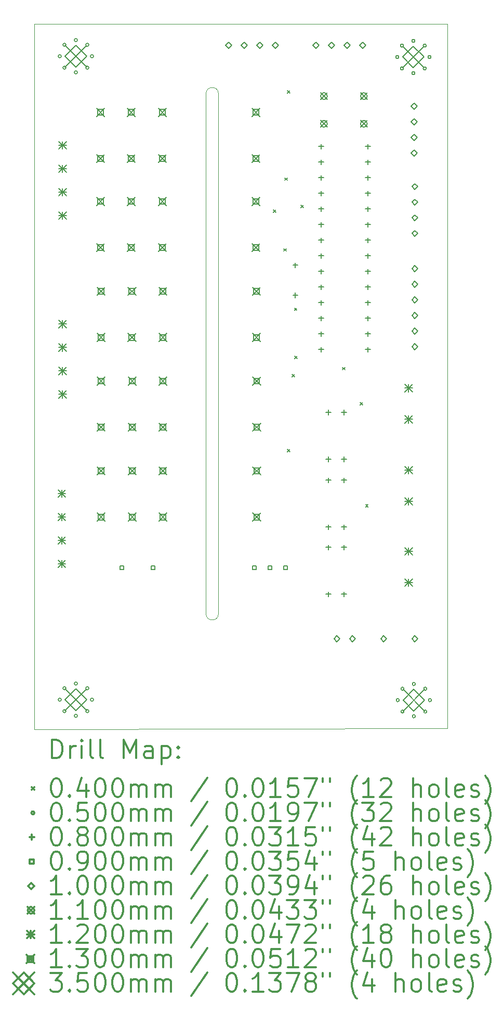
<source format=gbr>
%FSLAX45Y45*%
G04 Gerber Fmt 4.5, Leading zero omitted, Abs format (unit mm)*
G04 Created by KiCad (PCBNEW (5.1.10)-1) date 2021-12-06 14:16:19*
%MOMM*%
%LPD*%
G01*
G04 APERTURE LIST*
%TA.AperFunction,Profile*%
%ADD10C,0.050000*%
%TD*%
%ADD11C,0.200000*%
%ADD12C,0.300000*%
G04 APERTURE END LIST*
D10*
X9017000Y-16776700D02*
X9017000Y-5308600D01*
X15748000Y-16764000D02*
X9017000Y-16776700D01*
X15748000Y-5308600D02*
X15748000Y-16764000D01*
X9017000Y-5308600D02*
X15748000Y-5308600D01*
X12014200Y-14897100D02*
X12014200Y-6438900D01*
X11811000Y-6438900D02*
X11811000Y-14897100D01*
X12014200Y-14897100D02*
G75*
G02*
X11811000Y-14897100I-101600J0D01*
G01*
X11811000Y-6438900D02*
G75*
G02*
X12014200Y-6438900I101600J0D01*
G01*
D11*
X12908600Y-8330250D02*
X12948600Y-8370250D01*
X12948600Y-8330250D02*
X12908600Y-8370250D01*
X13080050Y-8958900D02*
X13120050Y-8998900D01*
X13120050Y-8958900D02*
X13080050Y-8998900D01*
X13095710Y-7807160D02*
X13135710Y-7847160D01*
X13135710Y-7807160D02*
X13095710Y-7847160D01*
X13137200Y-6389590D02*
X13177200Y-6429590D01*
X13177200Y-6389590D02*
X13137200Y-6429590D01*
X13137200Y-12225450D02*
X13177200Y-12265450D01*
X13177200Y-12225450D02*
X13137200Y-12265450D01*
X13210760Y-11000960D02*
X13250760Y-11040960D01*
X13250760Y-11000960D02*
X13210760Y-11040960D01*
X13251500Y-9924100D02*
X13291500Y-9964100D01*
X13291500Y-9924100D02*
X13251500Y-9964100D01*
X13257340Y-10705810D02*
X13297340Y-10745810D01*
X13297340Y-10705810D02*
X13257340Y-10745810D01*
X13359450Y-8254050D02*
X13399450Y-8294050D01*
X13399450Y-8254050D02*
X13359450Y-8294050D01*
X14036170Y-10889300D02*
X14076170Y-10929300D01*
X14076170Y-10889300D02*
X14036170Y-10929300D01*
X14325200Y-11462870D02*
X14365200Y-11502870D01*
X14365200Y-11462870D02*
X14325200Y-11502870D01*
X14412700Y-13120750D02*
X14452700Y-13160750D01*
X14452700Y-13120750D02*
X14412700Y-13160750D01*
X9452600Y-5829300D02*
G75*
G03*
X9452600Y-5829300I-25000J0D01*
G01*
X9452600Y-16294100D02*
G75*
G03*
X9452600Y-16294100I-25000J0D01*
G01*
X9529485Y-5643684D02*
G75*
G03*
X9529485Y-5643684I-25000J0D01*
G01*
X9529485Y-6014915D02*
G75*
G03*
X9529485Y-6014915I-25000J0D01*
G01*
X9529485Y-16108484D02*
G75*
G03*
X9529485Y-16108484I-25000J0D01*
G01*
X9529485Y-16479715D02*
G75*
G03*
X9529485Y-16479715I-25000J0D01*
G01*
X9715100Y-5566800D02*
G75*
G03*
X9715100Y-5566800I-25000J0D01*
G01*
X9715100Y-6091800D02*
G75*
G03*
X9715100Y-6091800I-25000J0D01*
G01*
X9715100Y-16031600D02*
G75*
G03*
X9715100Y-16031600I-25000J0D01*
G01*
X9715100Y-16556600D02*
G75*
G03*
X9715100Y-16556600I-25000J0D01*
G01*
X9900716Y-5643684D02*
G75*
G03*
X9900716Y-5643684I-25000J0D01*
G01*
X9900716Y-6014915D02*
G75*
G03*
X9900716Y-6014915I-25000J0D01*
G01*
X9900716Y-16108484D02*
G75*
G03*
X9900716Y-16108484I-25000J0D01*
G01*
X9900716Y-16479715D02*
G75*
G03*
X9900716Y-16479715I-25000J0D01*
G01*
X9977600Y-5829300D02*
G75*
G03*
X9977600Y-5829300I-25000J0D01*
G01*
X9977600Y-16294100D02*
G75*
G03*
X9977600Y-16294100I-25000J0D01*
G01*
X14951700Y-5842000D02*
G75*
G03*
X14951700Y-5842000I-25000J0D01*
G01*
X14959500Y-16301900D02*
G75*
G03*
X14959500Y-16301900I-25000J0D01*
G01*
X15028584Y-5656384D02*
G75*
G03*
X15028584Y-5656384I-25000J0D01*
G01*
X15028584Y-6027615D02*
G75*
G03*
X15028584Y-6027615I-25000J0D01*
G01*
X15036384Y-16116284D02*
G75*
G03*
X15036384Y-16116284I-25000J0D01*
G01*
X15036384Y-16487515D02*
G75*
G03*
X15036384Y-16487515I-25000J0D01*
G01*
X15214200Y-5579500D02*
G75*
G03*
X15214200Y-5579500I-25000J0D01*
G01*
X15214200Y-6104500D02*
G75*
G03*
X15214200Y-6104500I-25000J0D01*
G01*
X15222000Y-16039400D02*
G75*
G03*
X15222000Y-16039400I-25000J0D01*
G01*
X15222000Y-16564400D02*
G75*
G03*
X15222000Y-16564400I-25000J0D01*
G01*
X15399815Y-5656384D02*
G75*
G03*
X15399815Y-5656384I-25000J0D01*
G01*
X15399815Y-6027615D02*
G75*
G03*
X15399815Y-6027615I-25000J0D01*
G01*
X15407615Y-16116284D02*
G75*
G03*
X15407615Y-16116284I-25000J0D01*
G01*
X15407615Y-16487515D02*
G75*
G03*
X15407615Y-16487515I-25000J0D01*
G01*
X15476700Y-5842000D02*
G75*
G03*
X15476700Y-5842000I-25000J0D01*
G01*
X15484500Y-16301900D02*
G75*
G03*
X15484500Y-16301900I-25000J0D01*
G01*
X13265200Y-9186550D02*
X13265200Y-9266550D01*
X13225200Y-9226550D02*
X13305200Y-9226550D01*
X13265200Y-9674550D02*
X13265200Y-9754550D01*
X13225200Y-9714550D02*
X13305200Y-9714550D01*
X13684800Y-7258050D02*
X13684800Y-7338050D01*
X13644800Y-7298050D02*
X13724800Y-7298050D01*
X13684800Y-7512050D02*
X13684800Y-7592050D01*
X13644800Y-7552050D02*
X13724800Y-7552050D01*
X13684800Y-7766050D02*
X13684800Y-7846050D01*
X13644800Y-7806050D02*
X13724800Y-7806050D01*
X13684800Y-8020050D02*
X13684800Y-8100050D01*
X13644800Y-8060050D02*
X13724800Y-8060050D01*
X13684800Y-8274050D02*
X13684800Y-8354050D01*
X13644800Y-8314050D02*
X13724800Y-8314050D01*
X13684800Y-8528050D02*
X13684800Y-8608050D01*
X13644800Y-8568050D02*
X13724800Y-8568050D01*
X13684800Y-8782050D02*
X13684800Y-8862050D01*
X13644800Y-8822050D02*
X13724800Y-8822050D01*
X13684800Y-9036050D02*
X13684800Y-9116050D01*
X13644800Y-9076050D02*
X13724800Y-9076050D01*
X13684800Y-9290050D02*
X13684800Y-9370050D01*
X13644800Y-9330050D02*
X13724800Y-9330050D01*
X13684800Y-9544050D02*
X13684800Y-9624050D01*
X13644800Y-9584050D02*
X13724800Y-9584050D01*
X13684800Y-9798050D02*
X13684800Y-9878050D01*
X13644800Y-9838050D02*
X13724800Y-9838050D01*
X13684800Y-10052050D02*
X13684800Y-10132050D01*
X13644800Y-10092050D02*
X13724800Y-10092050D01*
X13684800Y-10306050D02*
X13684800Y-10386050D01*
X13644800Y-10346050D02*
X13724800Y-10346050D01*
X13684800Y-10560050D02*
X13684800Y-10640050D01*
X13644800Y-10600050D02*
X13724800Y-10600050D01*
X13804900Y-11580500D02*
X13804900Y-11660500D01*
X13764900Y-11620500D02*
X13844900Y-11620500D01*
X13804900Y-12342500D02*
X13804900Y-12422500D01*
X13764900Y-12382500D02*
X13844900Y-12382500D01*
X13804900Y-12685400D02*
X13804900Y-12765400D01*
X13764900Y-12725400D02*
X13844900Y-12725400D01*
X13804900Y-13447400D02*
X13804900Y-13527400D01*
X13764900Y-13487400D02*
X13844900Y-13487400D01*
X13804900Y-13777600D02*
X13804900Y-13857600D01*
X13764900Y-13817600D02*
X13844900Y-13817600D01*
X13804900Y-14539600D02*
X13804900Y-14619600D01*
X13764900Y-14579600D02*
X13844900Y-14579600D01*
X14058900Y-11580500D02*
X14058900Y-11660500D01*
X14018900Y-11620500D02*
X14098900Y-11620500D01*
X14058900Y-12342500D02*
X14058900Y-12422500D01*
X14018900Y-12382500D02*
X14098900Y-12382500D01*
X14058900Y-12685400D02*
X14058900Y-12765400D01*
X14018900Y-12725400D02*
X14098900Y-12725400D01*
X14058900Y-13447400D02*
X14058900Y-13527400D01*
X14018900Y-13487400D02*
X14098900Y-13487400D01*
X14058900Y-13777600D02*
X14058900Y-13857600D01*
X14018900Y-13817600D02*
X14098900Y-13817600D01*
X14058900Y-14539600D02*
X14058900Y-14619600D01*
X14018900Y-14579600D02*
X14098900Y-14579600D01*
X14446800Y-7258050D02*
X14446800Y-7338050D01*
X14406800Y-7298050D02*
X14486800Y-7298050D01*
X14446800Y-7512050D02*
X14446800Y-7592050D01*
X14406800Y-7552050D02*
X14486800Y-7552050D01*
X14446800Y-7766050D02*
X14446800Y-7846050D01*
X14406800Y-7806050D02*
X14486800Y-7806050D01*
X14446800Y-8020050D02*
X14446800Y-8100050D01*
X14406800Y-8060050D02*
X14486800Y-8060050D01*
X14446800Y-8274050D02*
X14446800Y-8354050D01*
X14406800Y-8314050D02*
X14486800Y-8314050D01*
X14446800Y-8528050D02*
X14446800Y-8608050D01*
X14406800Y-8568050D02*
X14486800Y-8568050D01*
X14446800Y-8782050D02*
X14446800Y-8862050D01*
X14406800Y-8822050D02*
X14486800Y-8822050D01*
X14446800Y-9036050D02*
X14446800Y-9116050D01*
X14406800Y-9076050D02*
X14486800Y-9076050D01*
X14446800Y-9290050D02*
X14446800Y-9370050D01*
X14406800Y-9330050D02*
X14486800Y-9330050D01*
X14446800Y-9544050D02*
X14446800Y-9624050D01*
X14406800Y-9584050D02*
X14486800Y-9584050D01*
X14446800Y-9798050D02*
X14446800Y-9878050D01*
X14406800Y-9838050D02*
X14486800Y-9838050D01*
X14446800Y-10052050D02*
X14446800Y-10132050D01*
X14406800Y-10092050D02*
X14486800Y-10092050D01*
X14446800Y-10306050D02*
X14446800Y-10386050D01*
X14406800Y-10346050D02*
X14486800Y-10346050D01*
X14446800Y-10560050D02*
X14446800Y-10640050D01*
X14406800Y-10600050D02*
X14486800Y-10600050D01*
X10471220Y-14179620D02*
X10471220Y-14115980D01*
X10407580Y-14115980D01*
X10407580Y-14179620D01*
X10471220Y-14179620D01*
X10979220Y-14179620D02*
X10979220Y-14115980D01*
X10915580Y-14115980D01*
X10915580Y-14179620D01*
X10979220Y-14179620D01*
X12630220Y-14179620D02*
X12630220Y-14115980D01*
X12566580Y-14115980D01*
X12566580Y-14179620D01*
X12630220Y-14179620D01*
X12884220Y-14179620D02*
X12884220Y-14115980D01*
X12820580Y-14115980D01*
X12820580Y-14179620D01*
X12884220Y-14179620D01*
X13138220Y-14179620D02*
X13138220Y-14115980D01*
X13074580Y-14115980D01*
X13074580Y-14179620D01*
X13138220Y-14179620D01*
X12179300Y-5701500D02*
X12229300Y-5651500D01*
X12179300Y-5601500D01*
X12129300Y-5651500D01*
X12179300Y-5701500D01*
X12433300Y-5701500D02*
X12483300Y-5651500D01*
X12433300Y-5601500D01*
X12383300Y-5651500D01*
X12433300Y-5701500D01*
X12687300Y-5701500D02*
X12737300Y-5651500D01*
X12687300Y-5601500D01*
X12637300Y-5651500D01*
X12687300Y-5701500D01*
X12941300Y-5701500D02*
X12991300Y-5651500D01*
X12941300Y-5601500D01*
X12891300Y-5651500D01*
X12941300Y-5701500D01*
X13601700Y-5701500D02*
X13651700Y-5651500D01*
X13601700Y-5601500D01*
X13551700Y-5651500D01*
X13601700Y-5701500D01*
X13855700Y-5701500D02*
X13905700Y-5651500D01*
X13855700Y-5601500D01*
X13805700Y-5651500D01*
X13855700Y-5701500D01*
X13944600Y-15353500D02*
X13994600Y-15303500D01*
X13944600Y-15253500D01*
X13894600Y-15303500D01*
X13944600Y-15353500D01*
X14109700Y-5701500D02*
X14159700Y-5651500D01*
X14109700Y-5601500D01*
X14059700Y-5651500D01*
X14109700Y-5701500D01*
X14198600Y-15353500D02*
X14248600Y-15303500D01*
X14198600Y-15253500D01*
X14148600Y-15303500D01*
X14198600Y-15353500D01*
X14363700Y-5701500D02*
X14413700Y-5651500D01*
X14363700Y-5601500D01*
X14313700Y-5651500D01*
X14363700Y-5701500D01*
X14706600Y-15353500D02*
X14756600Y-15303500D01*
X14706600Y-15253500D01*
X14656600Y-15303500D01*
X14706600Y-15353500D01*
X15201900Y-6692100D02*
X15251900Y-6642100D01*
X15201900Y-6592100D01*
X15151900Y-6642100D01*
X15201900Y-6692100D01*
X15201900Y-6946100D02*
X15251900Y-6896100D01*
X15201900Y-6846100D01*
X15151900Y-6896100D01*
X15201900Y-6946100D01*
X15201900Y-7200100D02*
X15251900Y-7150100D01*
X15201900Y-7100100D01*
X15151900Y-7150100D01*
X15201900Y-7200100D01*
X15201900Y-7454100D02*
X15251900Y-7404100D01*
X15201900Y-7354100D01*
X15151900Y-7404100D01*
X15201900Y-7454100D01*
X15214600Y-8000200D02*
X15264600Y-7950200D01*
X15214600Y-7900200D01*
X15164600Y-7950200D01*
X15214600Y-8000200D01*
X15214600Y-8254200D02*
X15264600Y-8204200D01*
X15214600Y-8154200D01*
X15164600Y-8204200D01*
X15214600Y-8254200D01*
X15214600Y-8508200D02*
X15264600Y-8458200D01*
X15214600Y-8408200D01*
X15164600Y-8458200D01*
X15214600Y-8508200D01*
X15214600Y-8762200D02*
X15264600Y-8712200D01*
X15214600Y-8662200D01*
X15164600Y-8712200D01*
X15214600Y-8762200D01*
X15214600Y-9333700D02*
X15264600Y-9283700D01*
X15214600Y-9233700D01*
X15164600Y-9283700D01*
X15214600Y-9333700D01*
X15214600Y-9587700D02*
X15264600Y-9537700D01*
X15214600Y-9487700D01*
X15164600Y-9537700D01*
X15214600Y-9587700D01*
X15214600Y-9841700D02*
X15264600Y-9791700D01*
X15214600Y-9741700D01*
X15164600Y-9791700D01*
X15214600Y-9841700D01*
X15214600Y-10095700D02*
X15264600Y-10045700D01*
X15214600Y-9995700D01*
X15164600Y-10045700D01*
X15214600Y-10095700D01*
X15214600Y-10349700D02*
X15264600Y-10299700D01*
X15214600Y-10249700D01*
X15164600Y-10299700D01*
X15214600Y-10349700D01*
X15214600Y-10603700D02*
X15264600Y-10553700D01*
X15214600Y-10503700D01*
X15164600Y-10553700D01*
X15214600Y-10603700D01*
X15214600Y-15353500D02*
X15264600Y-15303500D01*
X15214600Y-15253500D01*
X15164600Y-15303500D01*
X15214600Y-15353500D01*
X13677800Y-6422850D02*
X13787800Y-6532850D01*
X13787800Y-6422850D02*
X13677800Y-6532850D01*
X13787800Y-6477850D02*
G75*
G03*
X13787800Y-6477850I-55000J0D01*
G01*
X13677800Y-6872850D02*
X13787800Y-6982850D01*
X13787800Y-6872850D02*
X13677800Y-6982850D01*
X13787800Y-6927850D02*
G75*
G03*
X13787800Y-6927850I-55000J0D01*
G01*
X14327800Y-6422850D02*
X14437800Y-6532850D01*
X14437800Y-6422850D02*
X14327800Y-6532850D01*
X14437800Y-6477850D02*
G75*
G03*
X14437800Y-6477850I-55000J0D01*
G01*
X14327800Y-6872850D02*
X14437800Y-6982850D01*
X14437800Y-6872850D02*
X14327800Y-6982850D01*
X14437800Y-6927850D02*
G75*
G03*
X14437800Y-6927850I-55000J0D01*
G01*
X9401500Y-12881300D02*
X9521500Y-13001300D01*
X9521500Y-12881300D02*
X9401500Y-13001300D01*
X9461500Y-12881300D02*
X9461500Y-13001300D01*
X9401500Y-12941300D02*
X9521500Y-12941300D01*
X9401500Y-13262300D02*
X9521500Y-13382300D01*
X9521500Y-13262300D02*
X9401500Y-13382300D01*
X9461500Y-13262300D02*
X9461500Y-13382300D01*
X9401500Y-13322300D02*
X9521500Y-13322300D01*
X9401500Y-13643300D02*
X9521500Y-13763300D01*
X9521500Y-13643300D02*
X9401500Y-13763300D01*
X9461500Y-13643300D02*
X9461500Y-13763300D01*
X9401500Y-13703300D02*
X9521500Y-13703300D01*
X9401500Y-14024300D02*
X9521500Y-14144300D01*
X9521500Y-14024300D02*
X9401500Y-14144300D01*
X9461500Y-14024300D02*
X9461500Y-14144300D01*
X9401500Y-14084300D02*
X9521500Y-14084300D01*
X9414200Y-7217100D02*
X9534200Y-7337100D01*
X9534200Y-7217100D02*
X9414200Y-7337100D01*
X9474200Y-7217100D02*
X9474200Y-7337100D01*
X9414200Y-7277100D02*
X9534200Y-7277100D01*
X9414200Y-7598100D02*
X9534200Y-7718100D01*
X9534200Y-7598100D02*
X9414200Y-7718100D01*
X9474200Y-7598100D02*
X9474200Y-7718100D01*
X9414200Y-7658100D02*
X9534200Y-7658100D01*
X9414200Y-7979100D02*
X9534200Y-8099100D01*
X9534200Y-7979100D02*
X9414200Y-8099100D01*
X9474200Y-7979100D02*
X9474200Y-8099100D01*
X9414200Y-8039100D02*
X9534200Y-8039100D01*
X9414200Y-8360100D02*
X9534200Y-8480100D01*
X9534200Y-8360100D02*
X9414200Y-8480100D01*
X9474200Y-8360100D02*
X9474200Y-8480100D01*
X9414200Y-8420100D02*
X9534200Y-8420100D01*
X9414200Y-10125400D02*
X9534200Y-10245400D01*
X9534200Y-10125400D02*
X9414200Y-10245400D01*
X9474200Y-10125400D02*
X9474200Y-10245400D01*
X9414200Y-10185400D02*
X9534200Y-10185400D01*
X9414200Y-10506400D02*
X9534200Y-10626400D01*
X9534200Y-10506400D02*
X9414200Y-10626400D01*
X9474200Y-10506400D02*
X9474200Y-10626400D01*
X9414200Y-10566400D02*
X9534200Y-10566400D01*
X9414200Y-10887400D02*
X9534200Y-11007400D01*
X9534200Y-10887400D02*
X9414200Y-11007400D01*
X9474200Y-10887400D02*
X9474200Y-11007400D01*
X9414200Y-10947400D02*
X9534200Y-10947400D01*
X9414200Y-11268400D02*
X9534200Y-11388400D01*
X9534200Y-11268400D02*
X9414200Y-11388400D01*
X9474200Y-11268400D02*
X9474200Y-11388400D01*
X9414200Y-11328400D02*
X9534200Y-11328400D01*
X15053000Y-11166800D02*
X15173000Y-11286800D01*
X15173000Y-11166800D02*
X15053000Y-11286800D01*
X15113000Y-11166800D02*
X15113000Y-11286800D01*
X15053000Y-11226800D02*
X15173000Y-11226800D01*
X15053000Y-11674800D02*
X15173000Y-11794800D01*
X15173000Y-11674800D02*
X15053000Y-11794800D01*
X15113000Y-11674800D02*
X15113000Y-11794800D01*
X15053000Y-11734800D02*
X15173000Y-11734800D01*
X15053000Y-12500300D02*
X15173000Y-12620300D01*
X15173000Y-12500300D02*
X15053000Y-12620300D01*
X15113000Y-12500300D02*
X15113000Y-12620300D01*
X15053000Y-12560300D02*
X15173000Y-12560300D01*
X15053000Y-13008300D02*
X15173000Y-13128300D01*
X15173000Y-13008300D02*
X15053000Y-13128300D01*
X15113000Y-13008300D02*
X15113000Y-13128300D01*
X15053000Y-13068300D02*
X15173000Y-13068300D01*
X15053000Y-13821100D02*
X15173000Y-13941100D01*
X15173000Y-13821100D02*
X15053000Y-13941100D01*
X15113000Y-13821100D02*
X15113000Y-13941100D01*
X15053000Y-13881100D02*
X15173000Y-13881100D01*
X15053000Y-14329100D02*
X15173000Y-14449100D01*
X15173000Y-14329100D02*
X15053000Y-14449100D01*
X15113000Y-14329100D02*
X15113000Y-14449100D01*
X15053000Y-14389100D02*
X15173000Y-14389100D01*
X10024800Y-6678000D02*
X10154800Y-6808000D01*
X10154800Y-6678000D02*
X10024800Y-6808000D01*
X10135762Y-6788962D02*
X10135762Y-6697038D01*
X10043838Y-6697038D01*
X10043838Y-6788962D01*
X10135762Y-6788962D01*
X10024800Y-7428000D02*
X10154800Y-7558000D01*
X10154800Y-7428000D02*
X10024800Y-7558000D01*
X10135762Y-7538962D02*
X10135762Y-7447038D01*
X10043838Y-7447038D01*
X10043838Y-7538962D01*
X10135762Y-7538962D01*
X10024800Y-8126500D02*
X10154800Y-8256500D01*
X10154800Y-8126500D02*
X10024800Y-8256500D01*
X10135762Y-8237462D02*
X10135762Y-8145538D01*
X10043838Y-8145538D01*
X10043838Y-8237462D01*
X10135762Y-8237462D01*
X10024800Y-8876500D02*
X10154800Y-9006500D01*
X10154800Y-8876500D02*
X10024800Y-9006500D01*
X10135762Y-8987462D02*
X10135762Y-8895538D01*
X10043838Y-8895538D01*
X10043838Y-8987462D01*
X10135762Y-8987462D01*
X10035000Y-9587000D02*
X10165000Y-9717000D01*
X10165000Y-9587000D02*
X10035000Y-9717000D01*
X10145962Y-9697962D02*
X10145962Y-9606038D01*
X10054038Y-9606038D01*
X10054038Y-9697962D01*
X10145962Y-9697962D01*
X10035000Y-10337000D02*
X10165000Y-10467000D01*
X10165000Y-10337000D02*
X10035000Y-10467000D01*
X10145962Y-10447962D02*
X10145962Y-10356038D01*
X10054038Y-10356038D01*
X10054038Y-10447962D01*
X10145962Y-10447962D01*
X10037500Y-11047500D02*
X10167500Y-11177500D01*
X10167500Y-11047500D02*
X10037500Y-11177500D01*
X10148462Y-11158462D02*
X10148462Y-11066538D01*
X10056538Y-11066538D01*
X10056538Y-11158462D01*
X10148462Y-11158462D01*
X10037500Y-11797500D02*
X10167500Y-11927500D01*
X10167500Y-11797500D02*
X10037500Y-11927500D01*
X10148462Y-11908462D02*
X10148462Y-11816538D01*
X10056538Y-11816538D01*
X10056538Y-11908462D01*
X10148462Y-11908462D01*
X10037500Y-12508000D02*
X10167500Y-12638000D01*
X10167500Y-12508000D02*
X10037500Y-12638000D01*
X10148462Y-12618962D02*
X10148462Y-12527038D01*
X10056538Y-12527038D01*
X10056538Y-12618962D01*
X10148462Y-12618962D01*
X10037500Y-13258000D02*
X10167500Y-13388000D01*
X10167500Y-13258000D02*
X10037500Y-13388000D01*
X10148462Y-13368962D02*
X10148462Y-13277038D01*
X10056538Y-13277038D01*
X10056538Y-13368962D01*
X10148462Y-13368962D01*
X10528800Y-6678000D02*
X10658800Y-6808000D01*
X10658800Y-6678000D02*
X10528800Y-6808000D01*
X10639762Y-6788962D02*
X10639762Y-6697038D01*
X10547838Y-6697038D01*
X10547838Y-6788962D01*
X10639762Y-6788962D01*
X10528800Y-7428000D02*
X10658800Y-7558000D01*
X10658800Y-7428000D02*
X10528800Y-7558000D01*
X10639762Y-7538962D02*
X10639762Y-7447038D01*
X10547838Y-7447038D01*
X10547838Y-7538962D01*
X10639762Y-7538962D01*
X10528800Y-8126500D02*
X10658800Y-8256500D01*
X10658800Y-8126500D02*
X10528800Y-8256500D01*
X10639762Y-8237462D02*
X10639762Y-8145538D01*
X10547838Y-8145538D01*
X10547838Y-8237462D01*
X10639762Y-8237462D01*
X10528800Y-8876500D02*
X10658800Y-9006500D01*
X10658800Y-8876500D02*
X10528800Y-9006500D01*
X10639762Y-8987462D02*
X10639762Y-8895538D01*
X10547838Y-8895538D01*
X10547838Y-8987462D01*
X10639762Y-8987462D01*
X10539000Y-9587000D02*
X10669000Y-9717000D01*
X10669000Y-9587000D02*
X10539000Y-9717000D01*
X10649962Y-9697962D02*
X10649962Y-9606038D01*
X10558038Y-9606038D01*
X10558038Y-9697962D01*
X10649962Y-9697962D01*
X10539000Y-10337000D02*
X10669000Y-10467000D01*
X10669000Y-10337000D02*
X10539000Y-10467000D01*
X10649962Y-10447962D02*
X10649962Y-10356038D01*
X10558038Y-10356038D01*
X10558038Y-10447962D01*
X10649962Y-10447962D01*
X10541500Y-11047500D02*
X10671500Y-11177500D01*
X10671500Y-11047500D02*
X10541500Y-11177500D01*
X10652462Y-11158462D02*
X10652462Y-11066538D01*
X10560538Y-11066538D01*
X10560538Y-11158462D01*
X10652462Y-11158462D01*
X10541500Y-11797500D02*
X10671500Y-11927500D01*
X10671500Y-11797500D02*
X10541500Y-11927500D01*
X10652462Y-11908462D02*
X10652462Y-11816538D01*
X10560538Y-11816538D01*
X10560538Y-11908462D01*
X10652462Y-11908462D01*
X10541500Y-12508000D02*
X10671500Y-12638000D01*
X10671500Y-12508000D02*
X10541500Y-12638000D01*
X10652462Y-12618962D02*
X10652462Y-12527038D01*
X10560538Y-12527038D01*
X10560538Y-12618962D01*
X10652462Y-12618962D01*
X10541500Y-13258000D02*
X10671500Y-13388000D01*
X10671500Y-13258000D02*
X10541500Y-13388000D01*
X10652462Y-13368962D02*
X10652462Y-13277038D01*
X10560538Y-13277038D01*
X10560538Y-13368962D01*
X10652462Y-13368962D01*
X11032800Y-6678000D02*
X11162800Y-6808000D01*
X11162800Y-6678000D02*
X11032800Y-6808000D01*
X11143762Y-6788962D02*
X11143762Y-6697038D01*
X11051838Y-6697038D01*
X11051838Y-6788962D01*
X11143762Y-6788962D01*
X11032800Y-7428000D02*
X11162800Y-7558000D01*
X11162800Y-7428000D02*
X11032800Y-7558000D01*
X11143762Y-7538962D02*
X11143762Y-7447038D01*
X11051838Y-7447038D01*
X11051838Y-7538962D01*
X11143762Y-7538962D01*
X11032800Y-8126500D02*
X11162800Y-8256500D01*
X11162800Y-8126500D02*
X11032800Y-8256500D01*
X11143762Y-8237462D02*
X11143762Y-8145538D01*
X11051838Y-8145538D01*
X11051838Y-8237462D01*
X11143762Y-8237462D01*
X11032800Y-8876500D02*
X11162800Y-9006500D01*
X11162800Y-8876500D02*
X11032800Y-9006500D01*
X11143762Y-8987462D02*
X11143762Y-8895538D01*
X11051838Y-8895538D01*
X11051838Y-8987462D01*
X11143762Y-8987462D01*
X11043000Y-9587000D02*
X11173000Y-9717000D01*
X11173000Y-9587000D02*
X11043000Y-9717000D01*
X11153962Y-9697962D02*
X11153962Y-9606038D01*
X11062038Y-9606038D01*
X11062038Y-9697962D01*
X11153962Y-9697962D01*
X11043000Y-10337000D02*
X11173000Y-10467000D01*
X11173000Y-10337000D02*
X11043000Y-10467000D01*
X11153962Y-10447962D02*
X11153962Y-10356038D01*
X11062038Y-10356038D01*
X11062038Y-10447962D01*
X11153962Y-10447962D01*
X11045500Y-11047500D02*
X11175500Y-11177500D01*
X11175500Y-11047500D02*
X11045500Y-11177500D01*
X11156462Y-11158462D02*
X11156462Y-11066538D01*
X11064538Y-11066538D01*
X11064538Y-11158462D01*
X11156462Y-11158462D01*
X11045500Y-11797500D02*
X11175500Y-11927500D01*
X11175500Y-11797500D02*
X11045500Y-11927500D01*
X11156462Y-11908462D02*
X11156462Y-11816538D01*
X11064538Y-11816538D01*
X11064538Y-11908462D01*
X11156462Y-11908462D01*
X11045500Y-12508000D02*
X11175500Y-12638000D01*
X11175500Y-12508000D02*
X11045500Y-12638000D01*
X11156462Y-12618962D02*
X11156462Y-12527038D01*
X11064538Y-12527038D01*
X11064538Y-12618962D01*
X11156462Y-12618962D01*
X11045500Y-13258000D02*
X11175500Y-13388000D01*
X11175500Y-13258000D02*
X11045500Y-13388000D01*
X11156462Y-13368962D02*
X11156462Y-13277038D01*
X11064538Y-13277038D01*
X11064538Y-13368962D01*
X11156462Y-13368962D01*
X12558800Y-6678000D02*
X12688800Y-6808000D01*
X12688800Y-6678000D02*
X12558800Y-6808000D01*
X12669762Y-6788962D02*
X12669762Y-6697038D01*
X12577838Y-6697038D01*
X12577838Y-6788962D01*
X12669762Y-6788962D01*
X12558800Y-7428000D02*
X12688800Y-7558000D01*
X12688800Y-7428000D02*
X12558800Y-7558000D01*
X12669762Y-7538962D02*
X12669762Y-7447038D01*
X12577838Y-7447038D01*
X12577838Y-7538962D01*
X12669762Y-7538962D01*
X12558800Y-8126500D02*
X12688800Y-8256500D01*
X12688800Y-8126500D02*
X12558800Y-8256500D01*
X12669762Y-8237462D02*
X12669762Y-8145538D01*
X12577838Y-8145538D01*
X12577838Y-8237462D01*
X12669762Y-8237462D01*
X12558800Y-8876500D02*
X12688800Y-9006500D01*
X12688800Y-8876500D02*
X12558800Y-9006500D01*
X12669762Y-8987462D02*
X12669762Y-8895538D01*
X12577838Y-8895538D01*
X12577838Y-8987462D01*
X12669762Y-8987462D01*
X12569000Y-9587000D02*
X12699000Y-9717000D01*
X12699000Y-9587000D02*
X12569000Y-9717000D01*
X12679962Y-9697962D02*
X12679962Y-9606038D01*
X12588038Y-9606038D01*
X12588038Y-9697962D01*
X12679962Y-9697962D01*
X12569000Y-10337000D02*
X12699000Y-10467000D01*
X12699000Y-10337000D02*
X12569000Y-10467000D01*
X12679962Y-10447962D02*
X12679962Y-10356038D01*
X12588038Y-10356038D01*
X12588038Y-10447962D01*
X12679962Y-10447962D01*
X12571500Y-11047500D02*
X12701500Y-11177500D01*
X12701500Y-11047500D02*
X12571500Y-11177500D01*
X12682462Y-11158462D02*
X12682462Y-11066538D01*
X12590538Y-11066538D01*
X12590538Y-11158462D01*
X12682462Y-11158462D01*
X12571500Y-11797500D02*
X12701500Y-11927500D01*
X12701500Y-11797500D02*
X12571500Y-11927500D01*
X12682462Y-11908462D02*
X12682462Y-11816538D01*
X12590538Y-11816538D01*
X12590538Y-11908462D01*
X12682462Y-11908462D01*
X12571500Y-12508000D02*
X12701500Y-12638000D01*
X12701500Y-12508000D02*
X12571500Y-12638000D01*
X12682462Y-12618962D02*
X12682462Y-12527038D01*
X12590538Y-12527038D01*
X12590538Y-12618962D01*
X12682462Y-12618962D01*
X12571500Y-13258000D02*
X12701500Y-13388000D01*
X12701500Y-13258000D02*
X12571500Y-13388000D01*
X12682462Y-13368962D02*
X12682462Y-13277038D01*
X12590538Y-13277038D01*
X12590538Y-13368962D01*
X12682462Y-13368962D01*
X9515100Y-5654300D02*
X9865100Y-6004300D01*
X9865100Y-5654300D02*
X9515100Y-6004300D01*
X9690100Y-6004300D02*
X9865100Y-5829300D01*
X9690100Y-5654300D01*
X9515100Y-5829300D01*
X9690100Y-6004300D01*
X9515100Y-16119100D02*
X9865100Y-16469100D01*
X9865100Y-16119100D02*
X9515100Y-16469100D01*
X9690100Y-16469100D02*
X9865100Y-16294100D01*
X9690100Y-16119100D01*
X9515100Y-16294100D01*
X9690100Y-16469100D01*
X15014200Y-5667000D02*
X15364200Y-6017000D01*
X15364200Y-5667000D02*
X15014200Y-6017000D01*
X15189200Y-6017000D02*
X15364200Y-5842000D01*
X15189200Y-5667000D01*
X15014200Y-5842000D01*
X15189200Y-6017000D01*
X15022000Y-16126900D02*
X15372000Y-16476900D01*
X15372000Y-16126900D02*
X15022000Y-16476900D01*
X15197000Y-16476900D02*
X15372000Y-16301900D01*
X15197000Y-16126900D01*
X15022000Y-16301900D01*
X15197000Y-16476900D01*
D12*
X9300928Y-17244914D02*
X9300928Y-16944914D01*
X9372357Y-16944914D01*
X9415214Y-16959200D01*
X9443786Y-16987772D01*
X9458071Y-17016343D01*
X9472357Y-17073486D01*
X9472357Y-17116343D01*
X9458071Y-17173486D01*
X9443786Y-17202057D01*
X9415214Y-17230629D01*
X9372357Y-17244914D01*
X9300928Y-17244914D01*
X9600928Y-17244914D02*
X9600928Y-17044914D01*
X9600928Y-17102057D02*
X9615214Y-17073486D01*
X9629500Y-17059200D01*
X9658071Y-17044914D01*
X9686643Y-17044914D01*
X9786643Y-17244914D02*
X9786643Y-17044914D01*
X9786643Y-16944914D02*
X9772357Y-16959200D01*
X9786643Y-16973486D01*
X9800928Y-16959200D01*
X9786643Y-16944914D01*
X9786643Y-16973486D01*
X9972357Y-17244914D02*
X9943786Y-17230629D01*
X9929500Y-17202057D01*
X9929500Y-16944914D01*
X10129500Y-17244914D02*
X10100928Y-17230629D01*
X10086643Y-17202057D01*
X10086643Y-16944914D01*
X10472357Y-17244914D02*
X10472357Y-16944914D01*
X10572357Y-17159200D01*
X10672357Y-16944914D01*
X10672357Y-17244914D01*
X10943786Y-17244914D02*
X10943786Y-17087772D01*
X10929500Y-17059200D01*
X10900928Y-17044914D01*
X10843786Y-17044914D01*
X10815214Y-17059200D01*
X10943786Y-17230629D02*
X10915214Y-17244914D01*
X10843786Y-17244914D01*
X10815214Y-17230629D01*
X10800928Y-17202057D01*
X10800928Y-17173486D01*
X10815214Y-17144914D01*
X10843786Y-17130629D01*
X10915214Y-17130629D01*
X10943786Y-17116343D01*
X11086643Y-17044914D02*
X11086643Y-17344914D01*
X11086643Y-17059200D02*
X11115214Y-17044914D01*
X11172357Y-17044914D01*
X11200928Y-17059200D01*
X11215214Y-17073486D01*
X11229500Y-17102057D01*
X11229500Y-17187772D01*
X11215214Y-17216343D01*
X11200928Y-17230629D01*
X11172357Y-17244914D01*
X11115214Y-17244914D01*
X11086643Y-17230629D01*
X11358071Y-17216343D02*
X11372357Y-17230629D01*
X11358071Y-17244914D01*
X11343786Y-17230629D01*
X11358071Y-17216343D01*
X11358071Y-17244914D01*
X11358071Y-17059200D02*
X11372357Y-17073486D01*
X11358071Y-17087772D01*
X11343786Y-17073486D01*
X11358071Y-17059200D01*
X11358071Y-17087772D01*
X8974500Y-17719200D02*
X9014500Y-17759200D01*
X9014500Y-17719200D02*
X8974500Y-17759200D01*
X9358071Y-17574914D02*
X9386643Y-17574914D01*
X9415214Y-17589200D01*
X9429500Y-17603486D01*
X9443786Y-17632057D01*
X9458071Y-17689200D01*
X9458071Y-17760629D01*
X9443786Y-17817772D01*
X9429500Y-17846343D01*
X9415214Y-17860629D01*
X9386643Y-17874914D01*
X9358071Y-17874914D01*
X9329500Y-17860629D01*
X9315214Y-17846343D01*
X9300928Y-17817772D01*
X9286643Y-17760629D01*
X9286643Y-17689200D01*
X9300928Y-17632057D01*
X9315214Y-17603486D01*
X9329500Y-17589200D01*
X9358071Y-17574914D01*
X9586643Y-17846343D02*
X9600928Y-17860629D01*
X9586643Y-17874914D01*
X9572357Y-17860629D01*
X9586643Y-17846343D01*
X9586643Y-17874914D01*
X9858071Y-17674914D02*
X9858071Y-17874914D01*
X9786643Y-17560629D02*
X9715214Y-17774914D01*
X9900928Y-17774914D01*
X10072357Y-17574914D02*
X10100928Y-17574914D01*
X10129500Y-17589200D01*
X10143786Y-17603486D01*
X10158071Y-17632057D01*
X10172357Y-17689200D01*
X10172357Y-17760629D01*
X10158071Y-17817772D01*
X10143786Y-17846343D01*
X10129500Y-17860629D01*
X10100928Y-17874914D01*
X10072357Y-17874914D01*
X10043786Y-17860629D01*
X10029500Y-17846343D01*
X10015214Y-17817772D01*
X10000928Y-17760629D01*
X10000928Y-17689200D01*
X10015214Y-17632057D01*
X10029500Y-17603486D01*
X10043786Y-17589200D01*
X10072357Y-17574914D01*
X10358071Y-17574914D02*
X10386643Y-17574914D01*
X10415214Y-17589200D01*
X10429500Y-17603486D01*
X10443786Y-17632057D01*
X10458071Y-17689200D01*
X10458071Y-17760629D01*
X10443786Y-17817772D01*
X10429500Y-17846343D01*
X10415214Y-17860629D01*
X10386643Y-17874914D01*
X10358071Y-17874914D01*
X10329500Y-17860629D01*
X10315214Y-17846343D01*
X10300928Y-17817772D01*
X10286643Y-17760629D01*
X10286643Y-17689200D01*
X10300928Y-17632057D01*
X10315214Y-17603486D01*
X10329500Y-17589200D01*
X10358071Y-17574914D01*
X10586643Y-17874914D02*
X10586643Y-17674914D01*
X10586643Y-17703486D02*
X10600928Y-17689200D01*
X10629500Y-17674914D01*
X10672357Y-17674914D01*
X10700928Y-17689200D01*
X10715214Y-17717772D01*
X10715214Y-17874914D01*
X10715214Y-17717772D02*
X10729500Y-17689200D01*
X10758071Y-17674914D01*
X10800928Y-17674914D01*
X10829500Y-17689200D01*
X10843786Y-17717772D01*
X10843786Y-17874914D01*
X10986643Y-17874914D02*
X10986643Y-17674914D01*
X10986643Y-17703486D02*
X11000928Y-17689200D01*
X11029500Y-17674914D01*
X11072357Y-17674914D01*
X11100928Y-17689200D01*
X11115214Y-17717772D01*
X11115214Y-17874914D01*
X11115214Y-17717772D02*
X11129500Y-17689200D01*
X11158071Y-17674914D01*
X11200928Y-17674914D01*
X11229500Y-17689200D01*
X11243786Y-17717772D01*
X11243786Y-17874914D01*
X11829500Y-17560629D02*
X11572357Y-17946343D01*
X12215214Y-17574914D02*
X12243786Y-17574914D01*
X12272357Y-17589200D01*
X12286643Y-17603486D01*
X12300928Y-17632057D01*
X12315214Y-17689200D01*
X12315214Y-17760629D01*
X12300928Y-17817772D01*
X12286643Y-17846343D01*
X12272357Y-17860629D01*
X12243786Y-17874914D01*
X12215214Y-17874914D01*
X12186643Y-17860629D01*
X12172357Y-17846343D01*
X12158071Y-17817772D01*
X12143786Y-17760629D01*
X12143786Y-17689200D01*
X12158071Y-17632057D01*
X12172357Y-17603486D01*
X12186643Y-17589200D01*
X12215214Y-17574914D01*
X12443786Y-17846343D02*
X12458071Y-17860629D01*
X12443786Y-17874914D01*
X12429500Y-17860629D01*
X12443786Y-17846343D01*
X12443786Y-17874914D01*
X12643786Y-17574914D02*
X12672357Y-17574914D01*
X12700928Y-17589200D01*
X12715214Y-17603486D01*
X12729500Y-17632057D01*
X12743786Y-17689200D01*
X12743786Y-17760629D01*
X12729500Y-17817772D01*
X12715214Y-17846343D01*
X12700928Y-17860629D01*
X12672357Y-17874914D01*
X12643786Y-17874914D01*
X12615214Y-17860629D01*
X12600928Y-17846343D01*
X12586643Y-17817772D01*
X12572357Y-17760629D01*
X12572357Y-17689200D01*
X12586643Y-17632057D01*
X12600928Y-17603486D01*
X12615214Y-17589200D01*
X12643786Y-17574914D01*
X13029500Y-17874914D02*
X12858071Y-17874914D01*
X12943786Y-17874914D02*
X12943786Y-17574914D01*
X12915214Y-17617772D01*
X12886643Y-17646343D01*
X12858071Y-17660629D01*
X13300928Y-17574914D02*
X13158071Y-17574914D01*
X13143786Y-17717772D01*
X13158071Y-17703486D01*
X13186643Y-17689200D01*
X13258071Y-17689200D01*
X13286643Y-17703486D01*
X13300928Y-17717772D01*
X13315214Y-17746343D01*
X13315214Y-17817772D01*
X13300928Y-17846343D01*
X13286643Y-17860629D01*
X13258071Y-17874914D01*
X13186643Y-17874914D01*
X13158071Y-17860629D01*
X13143786Y-17846343D01*
X13415214Y-17574914D02*
X13615214Y-17574914D01*
X13486643Y-17874914D01*
X13715214Y-17574914D02*
X13715214Y-17632057D01*
X13829500Y-17574914D02*
X13829500Y-17632057D01*
X14272357Y-17989200D02*
X14258071Y-17974914D01*
X14229500Y-17932057D01*
X14215214Y-17903486D01*
X14200928Y-17860629D01*
X14186643Y-17789200D01*
X14186643Y-17732057D01*
X14200928Y-17660629D01*
X14215214Y-17617772D01*
X14229500Y-17589200D01*
X14258071Y-17546343D01*
X14272357Y-17532057D01*
X14543786Y-17874914D02*
X14372357Y-17874914D01*
X14458071Y-17874914D02*
X14458071Y-17574914D01*
X14429500Y-17617772D01*
X14400928Y-17646343D01*
X14372357Y-17660629D01*
X14658071Y-17603486D02*
X14672357Y-17589200D01*
X14700928Y-17574914D01*
X14772357Y-17574914D01*
X14800928Y-17589200D01*
X14815214Y-17603486D01*
X14829500Y-17632057D01*
X14829500Y-17660629D01*
X14815214Y-17703486D01*
X14643786Y-17874914D01*
X14829500Y-17874914D01*
X15186643Y-17874914D02*
X15186643Y-17574914D01*
X15315214Y-17874914D02*
X15315214Y-17717772D01*
X15300928Y-17689200D01*
X15272357Y-17674914D01*
X15229500Y-17674914D01*
X15200928Y-17689200D01*
X15186643Y-17703486D01*
X15500928Y-17874914D02*
X15472357Y-17860629D01*
X15458071Y-17846343D01*
X15443786Y-17817772D01*
X15443786Y-17732057D01*
X15458071Y-17703486D01*
X15472357Y-17689200D01*
X15500928Y-17674914D01*
X15543786Y-17674914D01*
X15572357Y-17689200D01*
X15586643Y-17703486D01*
X15600928Y-17732057D01*
X15600928Y-17817772D01*
X15586643Y-17846343D01*
X15572357Y-17860629D01*
X15543786Y-17874914D01*
X15500928Y-17874914D01*
X15772357Y-17874914D02*
X15743786Y-17860629D01*
X15729500Y-17832057D01*
X15729500Y-17574914D01*
X16000928Y-17860629D02*
X15972357Y-17874914D01*
X15915214Y-17874914D01*
X15886643Y-17860629D01*
X15872357Y-17832057D01*
X15872357Y-17717772D01*
X15886643Y-17689200D01*
X15915214Y-17674914D01*
X15972357Y-17674914D01*
X16000928Y-17689200D01*
X16015214Y-17717772D01*
X16015214Y-17746343D01*
X15872357Y-17774914D01*
X16129500Y-17860629D02*
X16158071Y-17874914D01*
X16215214Y-17874914D01*
X16243786Y-17860629D01*
X16258071Y-17832057D01*
X16258071Y-17817772D01*
X16243786Y-17789200D01*
X16215214Y-17774914D01*
X16172357Y-17774914D01*
X16143786Y-17760629D01*
X16129500Y-17732057D01*
X16129500Y-17717772D01*
X16143786Y-17689200D01*
X16172357Y-17674914D01*
X16215214Y-17674914D01*
X16243786Y-17689200D01*
X16358071Y-17989200D02*
X16372357Y-17974914D01*
X16400928Y-17932057D01*
X16415214Y-17903486D01*
X16429500Y-17860629D01*
X16443786Y-17789200D01*
X16443786Y-17732057D01*
X16429500Y-17660629D01*
X16415214Y-17617772D01*
X16400928Y-17589200D01*
X16372357Y-17546343D01*
X16358071Y-17532057D01*
X9014500Y-18135200D02*
G75*
G03*
X9014500Y-18135200I-25000J0D01*
G01*
X9358071Y-17970914D02*
X9386643Y-17970914D01*
X9415214Y-17985200D01*
X9429500Y-17999486D01*
X9443786Y-18028057D01*
X9458071Y-18085200D01*
X9458071Y-18156629D01*
X9443786Y-18213772D01*
X9429500Y-18242343D01*
X9415214Y-18256629D01*
X9386643Y-18270914D01*
X9358071Y-18270914D01*
X9329500Y-18256629D01*
X9315214Y-18242343D01*
X9300928Y-18213772D01*
X9286643Y-18156629D01*
X9286643Y-18085200D01*
X9300928Y-18028057D01*
X9315214Y-17999486D01*
X9329500Y-17985200D01*
X9358071Y-17970914D01*
X9586643Y-18242343D02*
X9600928Y-18256629D01*
X9586643Y-18270914D01*
X9572357Y-18256629D01*
X9586643Y-18242343D01*
X9586643Y-18270914D01*
X9872357Y-17970914D02*
X9729500Y-17970914D01*
X9715214Y-18113772D01*
X9729500Y-18099486D01*
X9758071Y-18085200D01*
X9829500Y-18085200D01*
X9858071Y-18099486D01*
X9872357Y-18113772D01*
X9886643Y-18142343D01*
X9886643Y-18213772D01*
X9872357Y-18242343D01*
X9858071Y-18256629D01*
X9829500Y-18270914D01*
X9758071Y-18270914D01*
X9729500Y-18256629D01*
X9715214Y-18242343D01*
X10072357Y-17970914D02*
X10100928Y-17970914D01*
X10129500Y-17985200D01*
X10143786Y-17999486D01*
X10158071Y-18028057D01*
X10172357Y-18085200D01*
X10172357Y-18156629D01*
X10158071Y-18213772D01*
X10143786Y-18242343D01*
X10129500Y-18256629D01*
X10100928Y-18270914D01*
X10072357Y-18270914D01*
X10043786Y-18256629D01*
X10029500Y-18242343D01*
X10015214Y-18213772D01*
X10000928Y-18156629D01*
X10000928Y-18085200D01*
X10015214Y-18028057D01*
X10029500Y-17999486D01*
X10043786Y-17985200D01*
X10072357Y-17970914D01*
X10358071Y-17970914D02*
X10386643Y-17970914D01*
X10415214Y-17985200D01*
X10429500Y-17999486D01*
X10443786Y-18028057D01*
X10458071Y-18085200D01*
X10458071Y-18156629D01*
X10443786Y-18213772D01*
X10429500Y-18242343D01*
X10415214Y-18256629D01*
X10386643Y-18270914D01*
X10358071Y-18270914D01*
X10329500Y-18256629D01*
X10315214Y-18242343D01*
X10300928Y-18213772D01*
X10286643Y-18156629D01*
X10286643Y-18085200D01*
X10300928Y-18028057D01*
X10315214Y-17999486D01*
X10329500Y-17985200D01*
X10358071Y-17970914D01*
X10586643Y-18270914D02*
X10586643Y-18070914D01*
X10586643Y-18099486D02*
X10600928Y-18085200D01*
X10629500Y-18070914D01*
X10672357Y-18070914D01*
X10700928Y-18085200D01*
X10715214Y-18113772D01*
X10715214Y-18270914D01*
X10715214Y-18113772D02*
X10729500Y-18085200D01*
X10758071Y-18070914D01*
X10800928Y-18070914D01*
X10829500Y-18085200D01*
X10843786Y-18113772D01*
X10843786Y-18270914D01*
X10986643Y-18270914D02*
X10986643Y-18070914D01*
X10986643Y-18099486D02*
X11000928Y-18085200D01*
X11029500Y-18070914D01*
X11072357Y-18070914D01*
X11100928Y-18085200D01*
X11115214Y-18113772D01*
X11115214Y-18270914D01*
X11115214Y-18113772D02*
X11129500Y-18085200D01*
X11158071Y-18070914D01*
X11200928Y-18070914D01*
X11229500Y-18085200D01*
X11243786Y-18113772D01*
X11243786Y-18270914D01*
X11829500Y-17956629D02*
X11572357Y-18342343D01*
X12215214Y-17970914D02*
X12243786Y-17970914D01*
X12272357Y-17985200D01*
X12286643Y-17999486D01*
X12300928Y-18028057D01*
X12315214Y-18085200D01*
X12315214Y-18156629D01*
X12300928Y-18213772D01*
X12286643Y-18242343D01*
X12272357Y-18256629D01*
X12243786Y-18270914D01*
X12215214Y-18270914D01*
X12186643Y-18256629D01*
X12172357Y-18242343D01*
X12158071Y-18213772D01*
X12143786Y-18156629D01*
X12143786Y-18085200D01*
X12158071Y-18028057D01*
X12172357Y-17999486D01*
X12186643Y-17985200D01*
X12215214Y-17970914D01*
X12443786Y-18242343D02*
X12458071Y-18256629D01*
X12443786Y-18270914D01*
X12429500Y-18256629D01*
X12443786Y-18242343D01*
X12443786Y-18270914D01*
X12643786Y-17970914D02*
X12672357Y-17970914D01*
X12700928Y-17985200D01*
X12715214Y-17999486D01*
X12729500Y-18028057D01*
X12743786Y-18085200D01*
X12743786Y-18156629D01*
X12729500Y-18213772D01*
X12715214Y-18242343D01*
X12700928Y-18256629D01*
X12672357Y-18270914D01*
X12643786Y-18270914D01*
X12615214Y-18256629D01*
X12600928Y-18242343D01*
X12586643Y-18213772D01*
X12572357Y-18156629D01*
X12572357Y-18085200D01*
X12586643Y-18028057D01*
X12600928Y-17999486D01*
X12615214Y-17985200D01*
X12643786Y-17970914D01*
X13029500Y-18270914D02*
X12858071Y-18270914D01*
X12943786Y-18270914D02*
X12943786Y-17970914D01*
X12915214Y-18013772D01*
X12886643Y-18042343D01*
X12858071Y-18056629D01*
X13172357Y-18270914D02*
X13229500Y-18270914D01*
X13258071Y-18256629D01*
X13272357Y-18242343D01*
X13300928Y-18199486D01*
X13315214Y-18142343D01*
X13315214Y-18028057D01*
X13300928Y-17999486D01*
X13286643Y-17985200D01*
X13258071Y-17970914D01*
X13200928Y-17970914D01*
X13172357Y-17985200D01*
X13158071Y-17999486D01*
X13143786Y-18028057D01*
X13143786Y-18099486D01*
X13158071Y-18128057D01*
X13172357Y-18142343D01*
X13200928Y-18156629D01*
X13258071Y-18156629D01*
X13286643Y-18142343D01*
X13300928Y-18128057D01*
X13315214Y-18099486D01*
X13415214Y-17970914D02*
X13615214Y-17970914D01*
X13486643Y-18270914D01*
X13715214Y-17970914D02*
X13715214Y-18028057D01*
X13829500Y-17970914D02*
X13829500Y-18028057D01*
X14272357Y-18385200D02*
X14258071Y-18370914D01*
X14229500Y-18328057D01*
X14215214Y-18299486D01*
X14200928Y-18256629D01*
X14186643Y-18185200D01*
X14186643Y-18128057D01*
X14200928Y-18056629D01*
X14215214Y-18013772D01*
X14229500Y-17985200D01*
X14258071Y-17942343D01*
X14272357Y-17928057D01*
X14358071Y-17970914D02*
X14543786Y-17970914D01*
X14443786Y-18085200D01*
X14486643Y-18085200D01*
X14515214Y-18099486D01*
X14529500Y-18113772D01*
X14543786Y-18142343D01*
X14543786Y-18213772D01*
X14529500Y-18242343D01*
X14515214Y-18256629D01*
X14486643Y-18270914D01*
X14400928Y-18270914D01*
X14372357Y-18256629D01*
X14358071Y-18242343D01*
X14658071Y-17999486D02*
X14672357Y-17985200D01*
X14700928Y-17970914D01*
X14772357Y-17970914D01*
X14800928Y-17985200D01*
X14815214Y-17999486D01*
X14829500Y-18028057D01*
X14829500Y-18056629D01*
X14815214Y-18099486D01*
X14643786Y-18270914D01*
X14829500Y-18270914D01*
X15186643Y-18270914D02*
X15186643Y-17970914D01*
X15315214Y-18270914D02*
X15315214Y-18113772D01*
X15300928Y-18085200D01*
X15272357Y-18070914D01*
X15229500Y-18070914D01*
X15200928Y-18085200D01*
X15186643Y-18099486D01*
X15500928Y-18270914D02*
X15472357Y-18256629D01*
X15458071Y-18242343D01*
X15443786Y-18213772D01*
X15443786Y-18128057D01*
X15458071Y-18099486D01*
X15472357Y-18085200D01*
X15500928Y-18070914D01*
X15543786Y-18070914D01*
X15572357Y-18085200D01*
X15586643Y-18099486D01*
X15600928Y-18128057D01*
X15600928Y-18213772D01*
X15586643Y-18242343D01*
X15572357Y-18256629D01*
X15543786Y-18270914D01*
X15500928Y-18270914D01*
X15772357Y-18270914D02*
X15743786Y-18256629D01*
X15729500Y-18228057D01*
X15729500Y-17970914D01*
X16000928Y-18256629D02*
X15972357Y-18270914D01*
X15915214Y-18270914D01*
X15886643Y-18256629D01*
X15872357Y-18228057D01*
X15872357Y-18113772D01*
X15886643Y-18085200D01*
X15915214Y-18070914D01*
X15972357Y-18070914D01*
X16000928Y-18085200D01*
X16015214Y-18113772D01*
X16015214Y-18142343D01*
X15872357Y-18170914D01*
X16129500Y-18256629D02*
X16158071Y-18270914D01*
X16215214Y-18270914D01*
X16243786Y-18256629D01*
X16258071Y-18228057D01*
X16258071Y-18213772D01*
X16243786Y-18185200D01*
X16215214Y-18170914D01*
X16172357Y-18170914D01*
X16143786Y-18156629D01*
X16129500Y-18128057D01*
X16129500Y-18113772D01*
X16143786Y-18085200D01*
X16172357Y-18070914D01*
X16215214Y-18070914D01*
X16243786Y-18085200D01*
X16358071Y-18385200D02*
X16372357Y-18370914D01*
X16400928Y-18328057D01*
X16415214Y-18299486D01*
X16429500Y-18256629D01*
X16443786Y-18185200D01*
X16443786Y-18128057D01*
X16429500Y-18056629D01*
X16415214Y-18013772D01*
X16400928Y-17985200D01*
X16372357Y-17942343D01*
X16358071Y-17928057D01*
X8974500Y-18491200D02*
X8974500Y-18571200D01*
X8934500Y-18531200D02*
X9014500Y-18531200D01*
X9358071Y-18366914D02*
X9386643Y-18366914D01*
X9415214Y-18381200D01*
X9429500Y-18395486D01*
X9443786Y-18424057D01*
X9458071Y-18481200D01*
X9458071Y-18552629D01*
X9443786Y-18609772D01*
X9429500Y-18638343D01*
X9415214Y-18652629D01*
X9386643Y-18666914D01*
X9358071Y-18666914D01*
X9329500Y-18652629D01*
X9315214Y-18638343D01*
X9300928Y-18609772D01*
X9286643Y-18552629D01*
X9286643Y-18481200D01*
X9300928Y-18424057D01*
X9315214Y-18395486D01*
X9329500Y-18381200D01*
X9358071Y-18366914D01*
X9586643Y-18638343D02*
X9600928Y-18652629D01*
X9586643Y-18666914D01*
X9572357Y-18652629D01*
X9586643Y-18638343D01*
X9586643Y-18666914D01*
X9772357Y-18495486D02*
X9743786Y-18481200D01*
X9729500Y-18466914D01*
X9715214Y-18438343D01*
X9715214Y-18424057D01*
X9729500Y-18395486D01*
X9743786Y-18381200D01*
X9772357Y-18366914D01*
X9829500Y-18366914D01*
X9858071Y-18381200D01*
X9872357Y-18395486D01*
X9886643Y-18424057D01*
X9886643Y-18438343D01*
X9872357Y-18466914D01*
X9858071Y-18481200D01*
X9829500Y-18495486D01*
X9772357Y-18495486D01*
X9743786Y-18509772D01*
X9729500Y-18524057D01*
X9715214Y-18552629D01*
X9715214Y-18609772D01*
X9729500Y-18638343D01*
X9743786Y-18652629D01*
X9772357Y-18666914D01*
X9829500Y-18666914D01*
X9858071Y-18652629D01*
X9872357Y-18638343D01*
X9886643Y-18609772D01*
X9886643Y-18552629D01*
X9872357Y-18524057D01*
X9858071Y-18509772D01*
X9829500Y-18495486D01*
X10072357Y-18366914D02*
X10100928Y-18366914D01*
X10129500Y-18381200D01*
X10143786Y-18395486D01*
X10158071Y-18424057D01*
X10172357Y-18481200D01*
X10172357Y-18552629D01*
X10158071Y-18609772D01*
X10143786Y-18638343D01*
X10129500Y-18652629D01*
X10100928Y-18666914D01*
X10072357Y-18666914D01*
X10043786Y-18652629D01*
X10029500Y-18638343D01*
X10015214Y-18609772D01*
X10000928Y-18552629D01*
X10000928Y-18481200D01*
X10015214Y-18424057D01*
X10029500Y-18395486D01*
X10043786Y-18381200D01*
X10072357Y-18366914D01*
X10358071Y-18366914D02*
X10386643Y-18366914D01*
X10415214Y-18381200D01*
X10429500Y-18395486D01*
X10443786Y-18424057D01*
X10458071Y-18481200D01*
X10458071Y-18552629D01*
X10443786Y-18609772D01*
X10429500Y-18638343D01*
X10415214Y-18652629D01*
X10386643Y-18666914D01*
X10358071Y-18666914D01*
X10329500Y-18652629D01*
X10315214Y-18638343D01*
X10300928Y-18609772D01*
X10286643Y-18552629D01*
X10286643Y-18481200D01*
X10300928Y-18424057D01*
X10315214Y-18395486D01*
X10329500Y-18381200D01*
X10358071Y-18366914D01*
X10586643Y-18666914D02*
X10586643Y-18466914D01*
X10586643Y-18495486D02*
X10600928Y-18481200D01*
X10629500Y-18466914D01*
X10672357Y-18466914D01*
X10700928Y-18481200D01*
X10715214Y-18509772D01*
X10715214Y-18666914D01*
X10715214Y-18509772D02*
X10729500Y-18481200D01*
X10758071Y-18466914D01*
X10800928Y-18466914D01*
X10829500Y-18481200D01*
X10843786Y-18509772D01*
X10843786Y-18666914D01*
X10986643Y-18666914D02*
X10986643Y-18466914D01*
X10986643Y-18495486D02*
X11000928Y-18481200D01*
X11029500Y-18466914D01*
X11072357Y-18466914D01*
X11100928Y-18481200D01*
X11115214Y-18509772D01*
X11115214Y-18666914D01*
X11115214Y-18509772D02*
X11129500Y-18481200D01*
X11158071Y-18466914D01*
X11200928Y-18466914D01*
X11229500Y-18481200D01*
X11243786Y-18509772D01*
X11243786Y-18666914D01*
X11829500Y-18352629D02*
X11572357Y-18738343D01*
X12215214Y-18366914D02*
X12243786Y-18366914D01*
X12272357Y-18381200D01*
X12286643Y-18395486D01*
X12300928Y-18424057D01*
X12315214Y-18481200D01*
X12315214Y-18552629D01*
X12300928Y-18609772D01*
X12286643Y-18638343D01*
X12272357Y-18652629D01*
X12243786Y-18666914D01*
X12215214Y-18666914D01*
X12186643Y-18652629D01*
X12172357Y-18638343D01*
X12158071Y-18609772D01*
X12143786Y-18552629D01*
X12143786Y-18481200D01*
X12158071Y-18424057D01*
X12172357Y-18395486D01*
X12186643Y-18381200D01*
X12215214Y-18366914D01*
X12443786Y-18638343D02*
X12458071Y-18652629D01*
X12443786Y-18666914D01*
X12429500Y-18652629D01*
X12443786Y-18638343D01*
X12443786Y-18666914D01*
X12643786Y-18366914D02*
X12672357Y-18366914D01*
X12700928Y-18381200D01*
X12715214Y-18395486D01*
X12729500Y-18424057D01*
X12743786Y-18481200D01*
X12743786Y-18552629D01*
X12729500Y-18609772D01*
X12715214Y-18638343D01*
X12700928Y-18652629D01*
X12672357Y-18666914D01*
X12643786Y-18666914D01*
X12615214Y-18652629D01*
X12600928Y-18638343D01*
X12586643Y-18609772D01*
X12572357Y-18552629D01*
X12572357Y-18481200D01*
X12586643Y-18424057D01*
X12600928Y-18395486D01*
X12615214Y-18381200D01*
X12643786Y-18366914D01*
X12843786Y-18366914D02*
X13029500Y-18366914D01*
X12929500Y-18481200D01*
X12972357Y-18481200D01*
X13000928Y-18495486D01*
X13015214Y-18509772D01*
X13029500Y-18538343D01*
X13029500Y-18609772D01*
X13015214Y-18638343D01*
X13000928Y-18652629D01*
X12972357Y-18666914D01*
X12886643Y-18666914D01*
X12858071Y-18652629D01*
X12843786Y-18638343D01*
X13315214Y-18666914D02*
X13143786Y-18666914D01*
X13229500Y-18666914D02*
X13229500Y-18366914D01*
X13200928Y-18409772D01*
X13172357Y-18438343D01*
X13143786Y-18452629D01*
X13586643Y-18366914D02*
X13443786Y-18366914D01*
X13429500Y-18509772D01*
X13443786Y-18495486D01*
X13472357Y-18481200D01*
X13543786Y-18481200D01*
X13572357Y-18495486D01*
X13586643Y-18509772D01*
X13600928Y-18538343D01*
X13600928Y-18609772D01*
X13586643Y-18638343D01*
X13572357Y-18652629D01*
X13543786Y-18666914D01*
X13472357Y-18666914D01*
X13443786Y-18652629D01*
X13429500Y-18638343D01*
X13715214Y-18366914D02*
X13715214Y-18424057D01*
X13829500Y-18366914D02*
X13829500Y-18424057D01*
X14272357Y-18781200D02*
X14258071Y-18766914D01*
X14229500Y-18724057D01*
X14215214Y-18695486D01*
X14200928Y-18652629D01*
X14186643Y-18581200D01*
X14186643Y-18524057D01*
X14200928Y-18452629D01*
X14215214Y-18409772D01*
X14229500Y-18381200D01*
X14258071Y-18338343D01*
X14272357Y-18324057D01*
X14515214Y-18466914D02*
X14515214Y-18666914D01*
X14443786Y-18352629D02*
X14372357Y-18566914D01*
X14558071Y-18566914D01*
X14658071Y-18395486D02*
X14672357Y-18381200D01*
X14700928Y-18366914D01*
X14772357Y-18366914D01*
X14800928Y-18381200D01*
X14815214Y-18395486D01*
X14829500Y-18424057D01*
X14829500Y-18452629D01*
X14815214Y-18495486D01*
X14643786Y-18666914D01*
X14829500Y-18666914D01*
X15186643Y-18666914D02*
X15186643Y-18366914D01*
X15315214Y-18666914D02*
X15315214Y-18509772D01*
X15300928Y-18481200D01*
X15272357Y-18466914D01*
X15229500Y-18466914D01*
X15200928Y-18481200D01*
X15186643Y-18495486D01*
X15500928Y-18666914D02*
X15472357Y-18652629D01*
X15458071Y-18638343D01*
X15443786Y-18609772D01*
X15443786Y-18524057D01*
X15458071Y-18495486D01*
X15472357Y-18481200D01*
X15500928Y-18466914D01*
X15543786Y-18466914D01*
X15572357Y-18481200D01*
X15586643Y-18495486D01*
X15600928Y-18524057D01*
X15600928Y-18609772D01*
X15586643Y-18638343D01*
X15572357Y-18652629D01*
X15543786Y-18666914D01*
X15500928Y-18666914D01*
X15772357Y-18666914D02*
X15743786Y-18652629D01*
X15729500Y-18624057D01*
X15729500Y-18366914D01*
X16000928Y-18652629D02*
X15972357Y-18666914D01*
X15915214Y-18666914D01*
X15886643Y-18652629D01*
X15872357Y-18624057D01*
X15872357Y-18509772D01*
X15886643Y-18481200D01*
X15915214Y-18466914D01*
X15972357Y-18466914D01*
X16000928Y-18481200D01*
X16015214Y-18509772D01*
X16015214Y-18538343D01*
X15872357Y-18566914D01*
X16129500Y-18652629D02*
X16158071Y-18666914D01*
X16215214Y-18666914D01*
X16243786Y-18652629D01*
X16258071Y-18624057D01*
X16258071Y-18609772D01*
X16243786Y-18581200D01*
X16215214Y-18566914D01*
X16172357Y-18566914D01*
X16143786Y-18552629D01*
X16129500Y-18524057D01*
X16129500Y-18509772D01*
X16143786Y-18481200D01*
X16172357Y-18466914D01*
X16215214Y-18466914D01*
X16243786Y-18481200D01*
X16358071Y-18781200D02*
X16372357Y-18766914D01*
X16400928Y-18724057D01*
X16415214Y-18695486D01*
X16429500Y-18652629D01*
X16443786Y-18581200D01*
X16443786Y-18524057D01*
X16429500Y-18452629D01*
X16415214Y-18409772D01*
X16400928Y-18381200D01*
X16372357Y-18338343D01*
X16358071Y-18324057D01*
X9001320Y-18959020D02*
X9001320Y-18895380D01*
X8937680Y-18895380D01*
X8937680Y-18959020D01*
X9001320Y-18959020D01*
X9358071Y-18762914D02*
X9386643Y-18762914D01*
X9415214Y-18777200D01*
X9429500Y-18791486D01*
X9443786Y-18820057D01*
X9458071Y-18877200D01*
X9458071Y-18948629D01*
X9443786Y-19005772D01*
X9429500Y-19034343D01*
X9415214Y-19048629D01*
X9386643Y-19062914D01*
X9358071Y-19062914D01*
X9329500Y-19048629D01*
X9315214Y-19034343D01*
X9300928Y-19005772D01*
X9286643Y-18948629D01*
X9286643Y-18877200D01*
X9300928Y-18820057D01*
X9315214Y-18791486D01*
X9329500Y-18777200D01*
X9358071Y-18762914D01*
X9586643Y-19034343D02*
X9600928Y-19048629D01*
X9586643Y-19062914D01*
X9572357Y-19048629D01*
X9586643Y-19034343D01*
X9586643Y-19062914D01*
X9743786Y-19062914D02*
X9800928Y-19062914D01*
X9829500Y-19048629D01*
X9843786Y-19034343D01*
X9872357Y-18991486D01*
X9886643Y-18934343D01*
X9886643Y-18820057D01*
X9872357Y-18791486D01*
X9858071Y-18777200D01*
X9829500Y-18762914D01*
X9772357Y-18762914D01*
X9743786Y-18777200D01*
X9729500Y-18791486D01*
X9715214Y-18820057D01*
X9715214Y-18891486D01*
X9729500Y-18920057D01*
X9743786Y-18934343D01*
X9772357Y-18948629D01*
X9829500Y-18948629D01*
X9858071Y-18934343D01*
X9872357Y-18920057D01*
X9886643Y-18891486D01*
X10072357Y-18762914D02*
X10100928Y-18762914D01*
X10129500Y-18777200D01*
X10143786Y-18791486D01*
X10158071Y-18820057D01*
X10172357Y-18877200D01*
X10172357Y-18948629D01*
X10158071Y-19005772D01*
X10143786Y-19034343D01*
X10129500Y-19048629D01*
X10100928Y-19062914D01*
X10072357Y-19062914D01*
X10043786Y-19048629D01*
X10029500Y-19034343D01*
X10015214Y-19005772D01*
X10000928Y-18948629D01*
X10000928Y-18877200D01*
X10015214Y-18820057D01*
X10029500Y-18791486D01*
X10043786Y-18777200D01*
X10072357Y-18762914D01*
X10358071Y-18762914D02*
X10386643Y-18762914D01*
X10415214Y-18777200D01*
X10429500Y-18791486D01*
X10443786Y-18820057D01*
X10458071Y-18877200D01*
X10458071Y-18948629D01*
X10443786Y-19005772D01*
X10429500Y-19034343D01*
X10415214Y-19048629D01*
X10386643Y-19062914D01*
X10358071Y-19062914D01*
X10329500Y-19048629D01*
X10315214Y-19034343D01*
X10300928Y-19005772D01*
X10286643Y-18948629D01*
X10286643Y-18877200D01*
X10300928Y-18820057D01*
X10315214Y-18791486D01*
X10329500Y-18777200D01*
X10358071Y-18762914D01*
X10586643Y-19062914D02*
X10586643Y-18862914D01*
X10586643Y-18891486D02*
X10600928Y-18877200D01*
X10629500Y-18862914D01*
X10672357Y-18862914D01*
X10700928Y-18877200D01*
X10715214Y-18905772D01*
X10715214Y-19062914D01*
X10715214Y-18905772D02*
X10729500Y-18877200D01*
X10758071Y-18862914D01*
X10800928Y-18862914D01*
X10829500Y-18877200D01*
X10843786Y-18905772D01*
X10843786Y-19062914D01*
X10986643Y-19062914D02*
X10986643Y-18862914D01*
X10986643Y-18891486D02*
X11000928Y-18877200D01*
X11029500Y-18862914D01*
X11072357Y-18862914D01*
X11100928Y-18877200D01*
X11115214Y-18905772D01*
X11115214Y-19062914D01*
X11115214Y-18905772D02*
X11129500Y-18877200D01*
X11158071Y-18862914D01*
X11200928Y-18862914D01*
X11229500Y-18877200D01*
X11243786Y-18905772D01*
X11243786Y-19062914D01*
X11829500Y-18748629D02*
X11572357Y-19134343D01*
X12215214Y-18762914D02*
X12243786Y-18762914D01*
X12272357Y-18777200D01*
X12286643Y-18791486D01*
X12300928Y-18820057D01*
X12315214Y-18877200D01*
X12315214Y-18948629D01*
X12300928Y-19005772D01*
X12286643Y-19034343D01*
X12272357Y-19048629D01*
X12243786Y-19062914D01*
X12215214Y-19062914D01*
X12186643Y-19048629D01*
X12172357Y-19034343D01*
X12158071Y-19005772D01*
X12143786Y-18948629D01*
X12143786Y-18877200D01*
X12158071Y-18820057D01*
X12172357Y-18791486D01*
X12186643Y-18777200D01*
X12215214Y-18762914D01*
X12443786Y-19034343D02*
X12458071Y-19048629D01*
X12443786Y-19062914D01*
X12429500Y-19048629D01*
X12443786Y-19034343D01*
X12443786Y-19062914D01*
X12643786Y-18762914D02*
X12672357Y-18762914D01*
X12700928Y-18777200D01*
X12715214Y-18791486D01*
X12729500Y-18820057D01*
X12743786Y-18877200D01*
X12743786Y-18948629D01*
X12729500Y-19005772D01*
X12715214Y-19034343D01*
X12700928Y-19048629D01*
X12672357Y-19062914D01*
X12643786Y-19062914D01*
X12615214Y-19048629D01*
X12600928Y-19034343D01*
X12586643Y-19005772D01*
X12572357Y-18948629D01*
X12572357Y-18877200D01*
X12586643Y-18820057D01*
X12600928Y-18791486D01*
X12615214Y-18777200D01*
X12643786Y-18762914D01*
X12843786Y-18762914D02*
X13029500Y-18762914D01*
X12929500Y-18877200D01*
X12972357Y-18877200D01*
X13000928Y-18891486D01*
X13015214Y-18905772D01*
X13029500Y-18934343D01*
X13029500Y-19005772D01*
X13015214Y-19034343D01*
X13000928Y-19048629D01*
X12972357Y-19062914D01*
X12886643Y-19062914D01*
X12858071Y-19048629D01*
X12843786Y-19034343D01*
X13300928Y-18762914D02*
X13158071Y-18762914D01*
X13143786Y-18905772D01*
X13158071Y-18891486D01*
X13186643Y-18877200D01*
X13258071Y-18877200D01*
X13286643Y-18891486D01*
X13300928Y-18905772D01*
X13315214Y-18934343D01*
X13315214Y-19005772D01*
X13300928Y-19034343D01*
X13286643Y-19048629D01*
X13258071Y-19062914D01*
X13186643Y-19062914D01*
X13158071Y-19048629D01*
X13143786Y-19034343D01*
X13572357Y-18862914D02*
X13572357Y-19062914D01*
X13500928Y-18748629D02*
X13429500Y-18962914D01*
X13615214Y-18962914D01*
X13715214Y-18762914D02*
X13715214Y-18820057D01*
X13829500Y-18762914D02*
X13829500Y-18820057D01*
X14272357Y-19177200D02*
X14258071Y-19162914D01*
X14229500Y-19120057D01*
X14215214Y-19091486D01*
X14200928Y-19048629D01*
X14186643Y-18977200D01*
X14186643Y-18920057D01*
X14200928Y-18848629D01*
X14215214Y-18805772D01*
X14229500Y-18777200D01*
X14258071Y-18734343D01*
X14272357Y-18720057D01*
X14529500Y-18762914D02*
X14386643Y-18762914D01*
X14372357Y-18905772D01*
X14386643Y-18891486D01*
X14415214Y-18877200D01*
X14486643Y-18877200D01*
X14515214Y-18891486D01*
X14529500Y-18905772D01*
X14543786Y-18934343D01*
X14543786Y-19005772D01*
X14529500Y-19034343D01*
X14515214Y-19048629D01*
X14486643Y-19062914D01*
X14415214Y-19062914D01*
X14386643Y-19048629D01*
X14372357Y-19034343D01*
X14900928Y-19062914D02*
X14900928Y-18762914D01*
X15029500Y-19062914D02*
X15029500Y-18905772D01*
X15015214Y-18877200D01*
X14986643Y-18862914D01*
X14943786Y-18862914D01*
X14915214Y-18877200D01*
X14900928Y-18891486D01*
X15215214Y-19062914D02*
X15186643Y-19048629D01*
X15172357Y-19034343D01*
X15158071Y-19005772D01*
X15158071Y-18920057D01*
X15172357Y-18891486D01*
X15186643Y-18877200D01*
X15215214Y-18862914D01*
X15258071Y-18862914D01*
X15286643Y-18877200D01*
X15300928Y-18891486D01*
X15315214Y-18920057D01*
X15315214Y-19005772D01*
X15300928Y-19034343D01*
X15286643Y-19048629D01*
X15258071Y-19062914D01*
X15215214Y-19062914D01*
X15486643Y-19062914D02*
X15458071Y-19048629D01*
X15443786Y-19020057D01*
X15443786Y-18762914D01*
X15715214Y-19048629D02*
X15686643Y-19062914D01*
X15629500Y-19062914D01*
X15600928Y-19048629D01*
X15586643Y-19020057D01*
X15586643Y-18905772D01*
X15600928Y-18877200D01*
X15629500Y-18862914D01*
X15686643Y-18862914D01*
X15715214Y-18877200D01*
X15729500Y-18905772D01*
X15729500Y-18934343D01*
X15586643Y-18962914D01*
X15843786Y-19048629D02*
X15872357Y-19062914D01*
X15929500Y-19062914D01*
X15958071Y-19048629D01*
X15972357Y-19020057D01*
X15972357Y-19005772D01*
X15958071Y-18977200D01*
X15929500Y-18962914D01*
X15886643Y-18962914D01*
X15858071Y-18948629D01*
X15843786Y-18920057D01*
X15843786Y-18905772D01*
X15858071Y-18877200D01*
X15886643Y-18862914D01*
X15929500Y-18862914D01*
X15958071Y-18877200D01*
X16072357Y-19177200D02*
X16086643Y-19162914D01*
X16115214Y-19120057D01*
X16129500Y-19091486D01*
X16143786Y-19048629D01*
X16158071Y-18977200D01*
X16158071Y-18920057D01*
X16143786Y-18848629D01*
X16129500Y-18805772D01*
X16115214Y-18777200D01*
X16086643Y-18734343D01*
X16072357Y-18720057D01*
X8964500Y-19373200D02*
X9014500Y-19323200D01*
X8964500Y-19273200D01*
X8914500Y-19323200D01*
X8964500Y-19373200D01*
X9458071Y-19458914D02*
X9286643Y-19458914D01*
X9372357Y-19458914D02*
X9372357Y-19158914D01*
X9343786Y-19201772D01*
X9315214Y-19230343D01*
X9286643Y-19244629D01*
X9586643Y-19430343D02*
X9600928Y-19444629D01*
X9586643Y-19458914D01*
X9572357Y-19444629D01*
X9586643Y-19430343D01*
X9586643Y-19458914D01*
X9786643Y-19158914D02*
X9815214Y-19158914D01*
X9843786Y-19173200D01*
X9858071Y-19187486D01*
X9872357Y-19216057D01*
X9886643Y-19273200D01*
X9886643Y-19344629D01*
X9872357Y-19401772D01*
X9858071Y-19430343D01*
X9843786Y-19444629D01*
X9815214Y-19458914D01*
X9786643Y-19458914D01*
X9758071Y-19444629D01*
X9743786Y-19430343D01*
X9729500Y-19401772D01*
X9715214Y-19344629D01*
X9715214Y-19273200D01*
X9729500Y-19216057D01*
X9743786Y-19187486D01*
X9758071Y-19173200D01*
X9786643Y-19158914D01*
X10072357Y-19158914D02*
X10100928Y-19158914D01*
X10129500Y-19173200D01*
X10143786Y-19187486D01*
X10158071Y-19216057D01*
X10172357Y-19273200D01*
X10172357Y-19344629D01*
X10158071Y-19401772D01*
X10143786Y-19430343D01*
X10129500Y-19444629D01*
X10100928Y-19458914D01*
X10072357Y-19458914D01*
X10043786Y-19444629D01*
X10029500Y-19430343D01*
X10015214Y-19401772D01*
X10000928Y-19344629D01*
X10000928Y-19273200D01*
X10015214Y-19216057D01*
X10029500Y-19187486D01*
X10043786Y-19173200D01*
X10072357Y-19158914D01*
X10358071Y-19158914D02*
X10386643Y-19158914D01*
X10415214Y-19173200D01*
X10429500Y-19187486D01*
X10443786Y-19216057D01*
X10458071Y-19273200D01*
X10458071Y-19344629D01*
X10443786Y-19401772D01*
X10429500Y-19430343D01*
X10415214Y-19444629D01*
X10386643Y-19458914D01*
X10358071Y-19458914D01*
X10329500Y-19444629D01*
X10315214Y-19430343D01*
X10300928Y-19401772D01*
X10286643Y-19344629D01*
X10286643Y-19273200D01*
X10300928Y-19216057D01*
X10315214Y-19187486D01*
X10329500Y-19173200D01*
X10358071Y-19158914D01*
X10586643Y-19458914D02*
X10586643Y-19258914D01*
X10586643Y-19287486D02*
X10600928Y-19273200D01*
X10629500Y-19258914D01*
X10672357Y-19258914D01*
X10700928Y-19273200D01*
X10715214Y-19301772D01*
X10715214Y-19458914D01*
X10715214Y-19301772D02*
X10729500Y-19273200D01*
X10758071Y-19258914D01*
X10800928Y-19258914D01*
X10829500Y-19273200D01*
X10843786Y-19301772D01*
X10843786Y-19458914D01*
X10986643Y-19458914D02*
X10986643Y-19258914D01*
X10986643Y-19287486D02*
X11000928Y-19273200D01*
X11029500Y-19258914D01*
X11072357Y-19258914D01*
X11100928Y-19273200D01*
X11115214Y-19301772D01*
X11115214Y-19458914D01*
X11115214Y-19301772D02*
X11129500Y-19273200D01*
X11158071Y-19258914D01*
X11200928Y-19258914D01*
X11229500Y-19273200D01*
X11243786Y-19301772D01*
X11243786Y-19458914D01*
X11829500Y-19144629D02*
X11572357Y-19530343D01*
X12215214Y-19158914D02*
X12243786Y-19158914D01*
X12272357Y-19173200D01*
X12286643Y-19187486D01*
X12300928Y-19216057D01*
X12315214Y-19273200D01*
X12315214Y-19344629D01*
X12300928Y-19401772D01*
X12286643Y-19430343D01*
X12272357Y-19444629D01*
X12243786Y-19458914D01*
X12215214Y-19458914D01*
X12186643Y-19444629D01*
X12172357Y-19430343D01*
X12158071Y-19401772D01*
X12143786Y-19344629D01*
X12143786Y-19273200D01*
X12158071Y-19216057D01*
X12172357Y-19187486D01*
X12186643Y-19173200D01*
X12215214Y-19158914D01*
X12443786Y-19430343D02*
X12458071Y-19444629D01*
X12443786Y-19458914D01*
X12429500Y-19444629D01*
X12443786Y-19430343D01*
X12443786Y-19458914D01*
X12643786Y-19158914D02*
X12672357Y-19158914D01*
X12700928Y-19173200D01*
X12715214Y-19187486D01*
X12729500Y-19216057D01*
X12743786Y-19273200D01*
X12743786Y-19344629D01*
X12729500Y-19401772D01*
X12715214Y-19430343D01*
X12700928Y-19444629D01*
X12672357Y-19458914D01*
X12643786Y-19458914D01*
X12615214Y-19444629D01*
X12600928Y-19430343D01*
X12586643Y-19401772D01*
X12572357Y-19344629D01*
X12572357Y-19273200D01*
X12586643Y-19216057D01*
X12600928Y-19187486D01*
X12615214Y-19173200D01*
X12643786Y-19158914D01*
X12843786Y-19158914D02*
X13029500Y-19158914D01*
X12929500Y-19273200D01*
X12972357Y-19273200D01*
X13000928Y-19287486D01*
X13015214Y-19301772D01*
X13029500Y-19330343D01*
X13029500Y-19401772D01*
X13015214Y-19430343D01*
X13000928Y-19444629D01*
X12972357Y-19458914D01*
X12886643Y-19458914D01*
X12858071Y-19444629D01*
X12843786Y-19430343D01*
X13172357Y-19458914D02*
X13229500Y-19458914D01*
X13258071Y-19444629D01*
X13272357Y-19430343D01*
X13300928Y-19387486D01*
X13315214Y-19330343D01*
X13315214Y-19216057D01*
X13300928Y-19187486D01*
X13286643Y-19173200D01*
X13258071Y-19158914D01*
X13200928Y-19158914D01*
X13172357Y-19173200D01*
X13158071Y-19187486D01*
X13143786Y-19216057D01*
X13143786Y-19287486D01*
X13158071Y-19316057D01*
X13172357Y-19330343D01*
X13200928Y-19344629D01*
X13258071Y-19344629D01*
X13286643Y-19330343D01*
X13300928Y-19316057D01*
X13315214Y-19287486D01*
X13572357Y-19258914D02*
X13572357Y-19458914D01*
X13500928Y-19144629D02*
X13429500Y-19358914D01*
X13615214Y-19358914D01*
X13715214Y-19158914D02*
X13715214Y-19216057D01*
X13829500Y-19158914D02*
X13829500Y-19216057D01*
X14272357Y-19573200D02*
X14258071Y-19558914D01*
X14229500Y-19516057D01*
X14215214Y-19487486D01*
X14200928Y-19444629D01*
X14186643Y-19373200D01*
X14186643Y-19316057D01*
X14200928Y-19244629D01*
X14215214Y-19201772D01*
X14229500Y-19173200D01*
X14258071Y-19130343D01*
X14272357Y-19116057D01*
X14372357Y-19187486D02*
X14386643Y-19173200D01*
X14415214Y-19158914D01*
X14486643Y-19158914D01*
X14515214Y-19173200D01*
X14529500Y-19187486D01*
X14543786Y-19216057D01*
X14543786Y-19244629D01*
X14529500Y-19287486D01*
X14358071Y-19458914D01*
X14543786Y-19458914D01*
X14800928Y-19158914D02*
X14743786Y-19158914D01*
X14715214Y-19173200D01*
X14700928Y-19187486D01*
X14672357Y-19230343D01*
X14658071Y-19287486D01*
X14658071Y-19401772D01*
X14672357Y-19430343D01*
X14686643Y-19444629D01*
X14715214Y-19458914D01*
X14772357Y-19458914D01*
X14800928Y-19444629D01*
X14815214Y-19430343D01*
X14829500Y-19401772D01*
X14829500Y-19330343D01*
X14815214Y-19301772D01*
X14800928Y-19287486D01*
X14772357Y-19273200D01*
X14715214Y-19273200D01*
X14686643Y-19287486D01*
X14672357Y-19301772D01*
X14658071Y-19330343D01*
X15186643Y-19458914D02*
X15186643Y-19158914D01*
X15315214Y-19458914D02*
X15315214Y-19301772D01*
X15300928Y-19273200D01*
X15272357Y-19258914D01*
X15229500Y-19258914D01*
X15200928Y-19273200D01*
X15186643Y-19287486D01*
X15500928Y-19458914D02*
X15472357Y-19444629D01*
X15458071Y-19430343D01*
X15443786Y-19401772D01*
X15443786Y-19316057D01*
X15458071Y-19287486D01*
X15472357Y-19273200D01*
X15500928Y-19258914D01*
X15543786Y-19258914D01*
X15572357Y-19273200D01*
X15586643Y-19287486D01*
X15600928Y-19316057D01*
X15600928Y-19401772D01*
X15586643Y-19430343D01*
X15572357Y-19444629D01*
X15543786Y-19458914D01*
X15500928Y-19458914D01*
X15772357Y-19458914D02*
X15743786Y-19444629D01*
X15729500Y-19416057D01*
X15729500Y-19158914D01*
X16000928Y-19444629D02*
X15972357Y-19458914D01*
X15915214Y-19458914D01*
X15886643Y-19444629D01*
X15872357Y-19416057D01*
X15872357Y-19301772D01*
X15886643Y-19273200D01*
X15915214Y-19258914D01*
X15972357Y-19258914D01*
X16000928Y-19273200D01*
X16015214Y-19301772D01*
X16015214Y-19330343D01*
X15872357Y-19358914D01*
X16129500Y-19444629D02*
X16158071Y-19458914D01*
X16215214Y-19458914D01*
X16243786Y-19444629D01*
X16258071Y-19416057D01*
X16258071Y-19401772D01*
X16243786Y-19373200D01*
X16215214Y-19358914D01*
X16172357Y-19358914D01*
X16143786Y-19344629D01*
X16129500Y-19316057D01*
X16129500Y-19301772D01*
X16143786Y-19273200D01*
X16172357Y-19258914D01*
X16215214Y-19258914D01*
X16243786Y-19273200D01*
X16358071Y-19573200D02*
X16372357Y-19558914D01*
X16400928Y-19516057D01*
X16415214Y-19487486D01*
X16429500Y-19444629D01*
X16443786Y-19373200D01*
X16443786Y-19316057D01*
X16429500Y-19244629D01*
X16415214Y-19201772D01*
X16400928Y-19173200D01*
X16372357Y-19130343D01*
X16358071Y-19116057D01*
X8904500Y-19664200D02*
X9014500Y-19774200D01*
X9014500Y-19664200D02*
X8904500Y-19774200D01*
X9014500Y-19719200D02*
G75*
G03*
X9014500Y-19719200I-55000J0D01*
G01*
X9458071Y-19854914D02*
X9286643Y-19854914D01*
X9372357Y-19854914D02*
X9372357Y-19554914D01*
X9343786Y-19597772D01*
X9315214Y-19626343D01*
X9286643Y-19640629D01*
X9586643Y-19826343D02*
X9600928Y-19840629D01*
X9586643Y-19854914D01*
X9572357Y-19840629D01*
X9586643Y-19826343D01*
X9586643Y-19854914D01*
X9886643Y-19854914D02*
X9715214Y-19854914D01*
X9800928Y-19854914D02*
X9800928Y-19554914D01*
X9772357Y-19597772D01*
X9743786Y-19626343D01*
X9715214Y-19640629D01*
X10072357Y-19554914D02*
X10100928Y-19554914D01*
X10129500Y-19569200D01*
X10143786Y-19583486D01*
X10158071Y-19612057D01*
X10172357Y-19669200D01*
X10172357Y-19740629D01*
X10158071Y-19797772D01*
X10143786Y-19826343D01*
X10129500Y-19840629D01*
X10100928Y-19854914D01*
X10072357Y-19854914D01*
X10043786Y-19840629D01*
X10029500Y-19826343D01*
X10015214Y-19797772D01*
X10000928Y-19740629D01*
X10000928Y-19669200D01*
X10015214Y-19612057D01*
X10029500Y-19583486D01*
X10043786Y-19569200D01*
X10072357Y-19554914D01*
X10358071Y-19554914D02*
X10386643Y-19554914D01*
X10415214Y-19569200D01*
X10429500Y-19583486D01*
X10443786Y-19612057D01*
X10458071Y-19669200D01*
X10458071Y-19740629D01*
X10443786Y-19797772D01*
X10429500Y-19826343D01*
X10415214Y-19840629D01*
X10386643Y-19854914D01*
X10358071Y-19854914D01*
X10329500Y-19840629D01*
X10315214Y-19826343D01*
X10300928Y-19797772D01*
X10286643Y-19740629D01*
X10286643Y-19669200D01*
X10300928Y-19612057D01*
X10315214Y-19583486D01*
X10329500Y-19569200D01*
X10358071Y-19554914D01*
X10586643Y-19854914D02*
X10586643Y-19654914D01*
X10586643Y-19683486D02*
X10600928Y-19669200D01*
X10629500Y-19654914D01*
X10672357Y-19654914D01*
X10700928Y-19669200D01*
X10715214Y-19697772D01*
X10715214Y-19854914D01*
X10715214Y-19697772D02*
X10729500Y-19669200D01*
X10758071Y-19654914D01*
X10800928Y-19654914D01*
X10829500Y-19669200D01*
X10843786Y-19697772D01*
X10843786Y-19854914D01*
X10986643Y-19854914D02*
X10986643Y-19654914D01*
X10986643Y-19683486D02*
X11000928Y-19669200D01*
X11029500Y-19654914D01*
X11072357Y-19654914D01*
X11100928Y-19669200D01*
X11115214Y-19697772D01*
X11115214Y-19854914D01*
X11115214Y-19697772D02*
X11129500Y-19669200D01*
X11158071Y-19654914D01*
X11200928Y-19654914D01*
X11229500Y-19669200D01*
X11243786Y-19697772D01*
X11243786Y-19854914D01*
X11829500Y-19540629D02*
X11572357Y-19926343D01*
X12215214Y-19554914D02*
X12243786Y-19554914D01*
X12272357Y-19569200D01*
X12286643Y-19583486D01*
X12300928Y-19612057D01*
X12315214Y-19669200D01*
X12315214Y-19740629D01*
X12300928Y-19797772D01*
X12286643Y-19826343D01*
X12272357Y-19840629D01*
X12243786Y-19854914D01*
X12215214Y-19854914D01*
X12186643Y-19840629D01*
X12172357Y-19826343D01*
X12158071Y-19797772D01*
X12143786Y-19740629D01*
X12143786Y-19669200D01*
X12158071Y-19612057D01*
X12172357Y-19583486D01*
X12186643Y-19569200D01*
X12215214Y-19554914D01*
X12443786Y-19826343D02*
X12458071Y-19840629D01*
X12443786Y-19854914D01*
X12429500Y-19840629D01*
X12443786Y-19826343D01*
X12443786Y-19854914D01*
X12643786Y-19554914D02*
X12672357Y-19554914D01*
X12700928Y-19569200D01*
X12715214Y-19583486D01*
X12729500Y-19612057D01*
X12743786Y-19669200D01*
X12743786Y-19740629D01*
X12729500Y-19797772D01*
X12715214Y-19826343D01*
X12700928Y-19840629D01*
X12672357Y-19854914D01*
X12643786Y-19854914D01*
X12615214Y-19840629D01*
X12600928Y-19826343D01*
X12586643Y-19797772D01*
X12572357Y-19740629D01*
X12572357Y-19669200D01*
X12586643Y-19612057D01*
X12600928Y-19583486D01*
X12615214Y-19569200D01*
X12643786Y-19554914D01*
X13000928Y-19654914D02*
X13000928Y-19854914D01*
X12929500Y-19540629D02*
X12858071Y-19754914D01*
X13043786Y-19754914D01*
X13129500Y-19554914D02*
X13315214Y-19554914D01*
X13215214Y-19669200D01*
X13258071Y-19669200D01*
X13286643Y-19683486D01*
X13300928Y-19697772D01*
X13315214Y-19726343D01*
X13315214Y-19797772D01*
X13300928Y-19826343D01*
X13286643Y-19840629D01*
X13258071Y-19854914D01*
X13172357Y-19854914D01*
X13143786Y-19840629D01*
X13129500Y-19826343D01*
X13415214Y-19554914D02*
X13600928Y-19554914D01*
X13500928Y-19669200D01*
X13543786Y-19669200D01*
X13572357Y-19683486D01*
X13586643Y-19697772D01*
X13600928Y-19726343D01*
X13600928Y-19797772D01*
X13586643Y-19826343D01*
X13572357Y-19840629D01*
X13543786Y-19854914D01*
X13458071Y-19854914D01*
X13429500Y-19840629D01*
X13415214Y-19826343D01*
X13715214Y-19554914D02*
X13715214Y-19612057D01*
X13829500Y-19554914D02*
X13829500Y-19612057D01*
X14272357Y-19969200D02*
X14258071Y-19954914D01*
X14229500Y-19912057D01*
X14215214Y-19883486D01*
X14200928Y-19840629D01*
X14186643Y-19769200D01*
X14186643Y-19712057D01*
X14200928Y-19640629D01*
X14215214Y-19597772D01*
X14229500Y-19569200D01*
X14258071Y-19526343D01*
X14272357Y-19512057D01*
X14515214Y-19654914D02*
X14515214Y-19854914D01*
X14443786Y-19540629D02*
X14372357Y-19754914D01*
X14558071Y-19754914D01*
X14900928Y-19854914D02*
X14900928Y-19554914D01*
X15029500Y-19854914D02*
X15029500Y-19697772D01*
X15015214Y-19669200D01*
X14986643Y-19654914D01*
X14943786Y-19654914D01*
X14915214Y-19669200D01*
X14900928Y-19683486D01*
X15215214Y-19854914D02*
X15186643Y-19840629D01*
X15172357Y-19826343D01*
X15158071Y-19797772D01*
X15158071Y-19712057D01*
X15172357Y-19683486D01*
X15186643Y-19669200D01*
X15215214Y-19654914D01*
X15258071Y-19654914D01*
X15286643Y-19669200D01*
X15300928Y-19683486D01*
X15315214Y-19712057D01*
X15315214Y-19797772D01*
X15300928Y-19826343D01*
X15286643Y-19840629D01*
X15258071Y-19854914D01*
X15215214Y-19854914D01*
X15486643Y-19854914D02*
X15458071Y-19840629D01*
X15443786Y-19812057D01*
X15443786Y-19554914D01*
X15715214Y-19840629D02*
X15686643Y-19854914D01*
X15629500Y-19854914D01*
X15600928Y-19840629D01*
X15586643Y-19812057D01*
X15586643Y-19697772D01*
X15600928Y-19669200D01*
X15629500Y-19654914D01*
X15686643Y-19654914D01*
X15715214Y-19669200D01*
X15729500Y-19697772D01*
X15729500Y-19726343D01*
X15586643Y-19754914D01*
X15843786Y-19840629D02*
X15872357Y-19854914D01*
X15929500Y-19854914D01*
X15958071Y-19840629D01*
X15972357Y-19812057D01*
X15972357Y-19797772D01*
X15958071Y-19769200D01*
X15929500Y-19754914D01*
X15886643Y-19754914D01*
X15858071Y-19740629D01*
X15843786Y-19712057D01*
X15843786Y-19697772D01*
X15858071Y-19669200D01*
X15886643Y-19654914D01*
X15929500Y-19654914D01*
X15958071Y-19669200D01*
X16072357Y-19969200D02*
X16086643Y-19954914D01*
X16115214Y-19912057D01*
X16129500Y-19883486D01*
X16143786Y-19840629D01*
X16158071Y-19769200D01*
X16158071Y-19712057D01*
X16143786Y-19640629D01*
X16129500Y-19597772D01*
X16115214Y-19569200D01*
X16086643Y-19526343D01*
X16072357Y-19512057D01*
X8894500Y-20055200D02*
X9014500Y-20175200D01*
X9014500Y-20055200D02*
X8894500Y-20175200D01*
X8954500Y-20055200D02*
X8954500Y-20175200D01*
X8894500Y-20115200D02*
X9014500Y-20115200D01*
X9458071Y-20250914D02*
X9286643Y-20250914D01*
X9372357Y-20250914D02*
X9372357Y-19950914D01*
X9343786Y-19993772D01*
X9315214Y-20022343D01*
X9286643Y-20036629D01*
X9586643Y-20222343D02*
X9600928Y-20236629D01*
X9586643Y-20250914D01*
X9572357Y-20236629D01*
X9586643Y-20222343D01*
X9586643Y-20250914D01*
X9715214Y-19979486D02*
X9729500Y-19965200D01*
X9758071Y-19950914D01*
X9829500Y-19950914D01*
X9858071Y-19965200D01*
X9872357Y-19979486D01*
X9886643Y-20008057D01*
X9886643Y-20036629D01*
X9872357Y-20079486D01*
X9700928Y-20250914D01*
X9886643Y-20250914D01*
X10072357Y-19950914D02*
X10100928Y-19950914D01*
X10129500Y-19965200D01*
X10143786Y-19979486D01*
X10158071Y-20008057D01*
X10172357Y-20065200D01*
X10172357Y-20136629D01*
X10158071Y-20193772D01*
X10143786Y-20222343D01*
X10129500Y-20236629D01*
X10100928Y-20250914D01*
X10072357Y-20250914D01*
X10043786Y-20236629D01*
X10029500Y-20222343D01*
X10015214Y-20193772D01*
X10000928Y-20136629D01*
X10000928Y-20065200D01*
X10015214Y-20008057D01*
X10029500Y-19979486D01*
X10043786Y-19965200D01*
X10072357Y-19950914D01*
X10358071Y-19950914D02*
X10386643Y-19950914D01*
X10415214Y-19965200D01*
X10429500Y-19979486D01*
X10443786Y-20008057D01*
X10458071Y-20065200D01*
X10458071Y-20136629D01*
X10443786Y-20193772D01*
X10429500Y-20222343D01*
X10415214Y-20236629D01*
X10386643Y-20250914D01*
X10358071Y-20250914D01*
X10329500Y-20236629D01*
X10315214Y-20222343D01*
X10300928Y-20193772D01*
X10286643Y-20136629D01*
X10286643Y-20065200D01*
X10300928Y-20008057D01*
X10315214Y-19979486D01*
X10329500Y-19965200D01*
X10358071Y-19950914D01*
X10586643Y-20250914D02*
X10586643Y-20050914D01*
X10586643Y-20079486D02*
X10600928Y-20065200D01*
X10629500Y-20050914D01*
X10672357Y-20050914D01*
X10700928Y-20065200D01*
X10715214Y-20093772D01*
X10715214Y-20250914D01*
X10715214Y-20093772D02*
X10729500Y-20065200D01*
X10758071Y-20050914D01*
X10800928Y-20050914D01*
X10829500Y-20065200D01*
X10843786Y-20093772D01*
X10843786Y-20250914D01*
X10986643Y-20250914D02*
X10986643Y-20050914D01*
X10986643Y-20079486D02*
X11000928Y-20065200D01*
X11029500Y-20050914D01*
X11072357Y-20050914D01*
X11100928Y-20065200D01*
X11115214Y-20093772D01*
X11115214Y-20250914D01*
X11115214Y-20093772D02*
X11129500Y-20065200D01*
X11158071Y-20050914D01*
X11200928Y-20050914D01*
X11229500Y-20065200D01*
X11243786Y-20093772D01*
X11243786Y-20250914D01*
X11829500Y-19936629D02*
X11572357Y-20322343D01*
X12215214Y-19950914D02*
X12243786Y-19950914D01*
X12272357Y-19965200D01*
X12286643Y-19979486D01*
X12300928Y-20008057D01*
X12315214Y-20065200D01*
X12315214Y-20136629D01*
X12300928Y-20193772D01*
X12286643Y-20222343D01*
X12272357Y-20236629D01*
X12243786Y-20250914D01*
X12215214Y-20250914D01*
X12186643Y-20236629D01*
X12172357Y-20222343D01*
X12158071Y-20193772D01*
X12143786Y-20136629D01*
X12143786Y-20065200D01*
X12158071Y-20008057D01*
X12172357Y-19979486D01*
X12186643Y-19965200D01*
X12215214Y-19950914D01*
X12443786Y-20222343D02*
X12458071Y-20236629D01*
X12443786Y-20250914D01*
X12429500Y-20236629D01*
X12443786Y-20222343D01*
X12443786Y-20250914D01*
X12643786Y-19950914D02*
X12672357Y-19950914D01*
X12700928Y-19965200D01*
X12715214Y-19979486D01*
X12729500Y-20008057D01*
X12743786Y-20065200D01*
X12743786Y-20136629D01*
X12729500Y-20193772D01*
X12715214Y-20222343D01*
X12700928Y-20236629D01*
X12672357Y-20250914D01*
X12643786Y-20250914D01*
X12615214Y-20236629D01*
X12600928Y-20222343D01*
X12586643Y-20193772D01*
X12572357Y-20136629D01*
X12572357Y-20065200D01*
X12586643Y-20008057D01*
X12600928Y-19979486D01*
X12615214Y-19965200D01*
X12643786Y-19950914D01*
X13000928Y-20050914D02*
X13000928Y-20250914D01*
X12929500Y-19936629D02*
X12858071Y-20150914D01*
X13043786Y-20150914D01*
X13129500Y-19950914D02*
X13329500Y-19950914D01*
X13200928Y-20250914D01*
X13429500Y-19979486D02*
X13443786Y-19965200D01*
X13472357Y-19950914D01*
X13543786Y-19950914D01*
X13572357Y-19965200D01*
X13586643Y-19979486D01*
X13600928Y-20008057D01*
X13600928Y-20036629D01*
X13586643Y-20079486D01*
X13415214Y-20250914D01*
X13600928Y-20250914D01*
X13715214Y-19950914D02*
X13715214Y-20008057D01*
X13829500Y-19950914D02*
X13829500Y-20008057D01*
X14272357Y-20365200D02*
X14258071Y-20350914D01*
X14229500Y-20308057D01*
X14215214Y-20279486D01*
X14200928Y-20236629D01*
X14186643Y-20165200D01*
X14186643Y-20108057D01*
X14200928Y-20036629D01*
X14215214Y-19993772D01*
X14229500Y-19965200D01*
X14258071Y-19922343D01*
X14272357Y-19908057D01*
X14543786Y-20250914D02*
X14372357Y-20250914D01*
X14458071Y-20250914D02*
X14458071Y-19950914D01*
X14429500Y-19993772D01*
X14400928Y-20022343D01*
X14372357Y-20036629D01*
X14715214Y-20079486D02*
X14686643Y-20065200D01*
X14672357Y-20050914D01*
X14658071Y-20022343D01*
X14658071Y-20008057D01*
X14672357Y-19979486D01*
X14686643Y-19965200D01*
X14715214Y-19950914D01*
X14772357Y-19950914D01*
X14800928Y-19965200D01*
X14815214Y-19979486D01*
X14829500Y-20008057D01*
X14829500Y-20022343D01*
X14815214Y-20050914D01*
X14800928Y-20065200D01*
X14772357Y-20079486D01*
X14715214Y-20079486D01*
X14686643Y-20093772D01*
X14672357Y-20108057D01*
X14658071Y-20136629D01*
X14658071Y-20193772D01*
X14672357Y-20222343D01*
X14686643Y-20236629D01*
X14715214Y-20250914D01*
X14772357Y-20250914D01*
X14800928Y-20236629D01*
X14815214Y-20222343D01*
X14829500Y-20193772D01*
X14829500Y-20136629D01*
X14815214Y-20108057D01*
X14800928Y-20093772D01*
X14772357Y-20079486D01*
X15186643Y-20250914D02*
X15186643Y-19950914D01*
X15315214Y-20250914D02*
X15315214Y-20093772D01*
X15300928Y-20065200D01*
X15272357Y-20050914D01*
X15229500Y-20050914D01*
X15200928Y-20065200D01*
X15186643Y-20079486D01*
X15500928Y-20250914D02*
X15472357Y-20236629D01*
X15458071Y-20222343D01*
X15443786Y-20193772D01*
X15443786Y-20108057D01*
X15458071Y-20079486D01*
X15472357Y-20065200D01*
X15500928Y-20050914D01*
X15543786Y-20050914D01*
X15572357Y-20065200D01*
X15586643Y-20079486D01*
X15600928Y-20108057D01*
X15600928Y-20193772D01*
X15586643Y-20222343D01*
X15572357Y-20236629D01*
X15543786Y-20250914D01*
X15500928Y-20250914D01*
X15772357Y-20250914D02*
X15743786Y-20236629D01*
X15729500Y-20208057D01*
X15729500Y-19950914D01*
X16000928Y-20236629D02*
X15972357Y-20250914D01*
X15915214Y-20250914D01*
X15886643Y-20236629D01*
X15872357Y-20208057D01*
X15872357Y-20093772D01*
X15886643Y-20065200D01*
X15915214Y-20050914D01*
X15972357Y-20050914D01*
X16000928Y-20065200D01*
X16015214Y-20093772D01*
X16015214Y-20122343D01*
X15872357Y-20150914D01*
X16129500Y-20236629D02*
X16158071Y-20250914D01*
X16215214Y-20250914D01*
X16243786Y-20236629D01*
X16258071Y-20208057D01*
X16258071Y-20193772D01*
X16243786Y-20165200D01*
X16215214Y-20150914D01*
X16172357Y-20150914D01*
X16143786Y-20136629D01*
X16129500Y-20108057D01*
X16129500Y-20093772D01*
X16143786Y-20065200D01*
X16172357Y-20050914D01*
X16215214Y-20050914D01*
X16243786Y-20065200D01*
X16358071Y-20365200D02*
X16372357Y-20350914D01*
X16400928Y-20308057D01*
X16415214Y-20279486D01*
X16429500Y-20236629D01*
X16443786Y-20165200D01*
X16443786Y-20108057D01*
X16429500Y-20036629D01*
X16415214Y-19993772D01*
X16400928Y-19965200D01*
X16372357Y-19922343D01*
X16358071Y-19908057D01*
X8884500Y-20446200D02*
X9014500Y-20576200D01*
X9014500Y-20446200D02*
X8884500Y-20576200D01*
X8995462Y-20557163D02*
X8995462Y-20465238D01*
X8903538Y-20465238D01*
X8903538Y-20557163D01*
X8995462Y-20557163D01*
X9458071Y-20646914D02*
X9286643Y-20646914D01*
X9372357Y-20646914D02*
X9372357Y-20346914D01*
X9343786Y-20389772D01*
X9315214Y-20418343D01*
X9286643Y-20432629D01*
X9586643Y-20618343D02*
X9600928Y-20632629D01*
X9586643Y-20646914D01*
X9572357Y-20632629D01*
X9586643Y-20618343D01*
X9586643Y-20646914D01*
X9700928Y-20346914D02*
X9886643Y-20346914D01*
X9786643Y-20461200D01*
X9829500Y-20461200D01*
X9858071Y-20475486D01*
X9872357Y-20489772D01*
X9886643Y-20518343D01*
X9886643Y-20589772D01*
X9872357Y-20618343D01*
X9858071Y-20632629D01*
X9829500Y-20646914D01*
X9743786Y-20646914D01*
X9715214Y-20632629D01*
X9700928Y-20618343D01*
X10072357Y-20346914D02*
X10100928Y-20346914D01*
X10129500Y-20361200D01*
X10143786Y-20375486D01*
X10158071Y-20404057D01*
X10172357Y-20461200D01*
X10172357Y-20532629D01*
X10158071Y-20589772D01*
X10143786Y-20618343D01*
X10129500Y-20632629D01*
X10100928Y-20646914D01*
X10072357Y-20646914D01*
X10043786Y-20632629D01*
X10029500Y-20618343D01*
X10015214Y-20589772D01*
X10000928Y-20532629D01*
X10000928Y-20461200D01*
X10015214Y-20404057D01*
X10029500Y-20375486D01*
X10043786Y-20361200D01*
X10072357Y-20346914D01*
X10358071Y-20346914D02*
X10386643Y-20346914D01*
X10415214Y-20361200D01*
X10429500Y-20375486D01*
X10443786Y-20404057D01*
X10458071Y-20461200D01*
X10458071Y-20532629D01*
X10443786Y-20589772D01*
X10429500Y-20618343D01*
X10415214Y-20632629D01*
X10386643Y-20646914D01*
X10358071Y-20646914D01*
X10329500Y-20632629D01*
X10315214Y-20618343D01*
X10300928Y-20589772D01*
X10286643Y-20532629D01*
X10286643Y-20461200D01*
X10300928Y-20404057D01*
X10315214Y-20375486D01*
X10329500Y-20361200D01*
X10358071Y-20346914D01*
X10586643Y-20646914D02*
X10586643Y-20446914D01*
X10586643Y-20475486D02*
X10600928Y-20461200D01*
X10629500Y-20446914D01*
X10672357Y-20446914D01*
X10700928Y-20461200D01*
X10715214Y-20489772D01*
X10715214Y-20646914D01*
X10715214Y-20489772D02*
X10729500Y-20461200D01*
X10758071Y-20446914D01*
X10800928Y-20446914D01*
X10829500Y-20461200D01*
X10843786Y-20489772D01*
X10843786Y-20646914D01*
X10986643Y-20646914D02*
X10986643Y-20446914D01*
X10986643Y-20475486D02*
X11000928Y-20461200D01*
X11029500Y-20446914D01*
X11072357Y-20446914D01*
X11100928Y-20461200D01*
X11115214Y-20489772D01*
X11115214Y-20646914D01*
X11115214Y-20489772D02*
X11129500Y-20461200D01*
X11158071Y-20446914D01*
X11200928Y-20446914D01*
X11229500Y-20461200D01*
X11243786Y-20489772D01*
X11243786Y-20646914D01*
X11829500Y-20332629D02*
X11572357Y-20718343D01*
X12215214Y-20346914D02*
X12243786Y-20346914D01*
X12272357Y-20361200D01*
X12286643Y-20375486D01*
X12300928Y-20404057D01*
X12315214Y-20461200D01*
X12315214Y-20532629D01*
X12300928Y-20589772D01*
X12286643Y-20618343D01*
X12272357Y-20632629D01*
X12243786Y-20646914D01*
X12215214Y-20646914D01*
X12186643Y-20632629D01*
X12172357Y-20618343D01*
X12158071Y-20589772D01*
X12143786Y-20532629D01*
X12143786Y-20461200D01*
X12158071Y-20404057D01*
X12172357Y-20375486D01*
X12186643Y-20361200D01*
X12215214Y-20346914D01*
X12443786Y-20618343D02*
X12458071Y-20632629D01*
X12443786Y-20646914D01*
X12429500Y-20632629D01*
X12443786Y-20618343D01*
X12443786Y-20646914D01*
X12643786Y-20346914D02*
X12672357Y-20346914D01*
X12700928Y-20361200D01*
X12715214Y-20375486D01*
X12729500Y-20404057D01*
X12743786Y-20461200D01*
X12743786Y-20532629D01*
X12729500Y-20589772D01*
X12715214Y-20618343D01*
X12700928Y-20632629D01*
X12672357Y-20646914D01*
X12643786Y-20646914D01*
X12615214Y-20632629D01*
X12600928Y-20618343D01*
X12586643Y-20589772D01*
X12572357Y-20532629D01*
X12572357Y-20461200D01*
X12586643Y-20404057D01*
X12600928Y-20375486D01*
X12615214Y-20361200D01*
X12643786Y-20346914D01*
X13015214Y-20346914D02*
X12872357Y-20346914D01*
X12858071Y-20489772D01*
X12872357Y-20475486D01*
X12900928Y-20461200D01*
X12972357Y-20461200D01*
X13000928Y-20475486D01*
X13015214Y-20489772D01*
X13029500Y-20518343D01*
X13029500Y-20589772D01*
X13015214Y-20618343D01*
X13000928Y-20632629D01*
X12972357Y-20646914D01*
X12900928Y-20646914D01*
X12872357Y-20632629D01*
X12858071Y-20618343D01*
X13315214Y-20646914D02*
X13143786Y-20646914D01*
X13229500Y-20646914D02*
X13229500Y-20346914D01*
X13200928Y-20389772D01*
X13172357Y-20418343D01*
X13143786Y-20432629D01*
X13429500Y-20375486D02*
X13443786Y-20361200D01*
X13472357Y-20346914D01*
X13543786Y-20346914D01*
X13572357Y-20361200D01*
X13586643Y-20375486D01*
X13600928Y-20404057D01*
X13600928Y-20432629D01*
X13586643Y-20475486D01*
X13415214Y-20646914D01*
X13600928Y-20646914D01*
X13715214Y-20346914D02*
X13715214Y-20404057D01*
X13829500Y-20346914D02*
X13829500Y-20404057D01*
X14272357Y-20761200D02*
X14258071Y-20746914D01*
X14229500Y-20704057D01*
X14215214Y-20675486D01*
X14200928Y-20632629D01*
X14186643Y-20561200D01*
X14186643Y-20504057D01*
X14200928Y-20432629D01*
X14215214Y-20389772D01*
X14229500Y-20361200D01*
X14258071Y-20318343D01*
X14272357Y-20304057D01*
X14515214Y-20446914D02*
X14515214Y-20646914D01*
X14443786Y-20332629D02*
X14372357Y-20546914D01*
X14558071Y-20546914D01*
X14729500Y-20346914D02*
X14758071Y-20346914D01*
X14786643Y-20361200D01*
X14800928Y-20375486D01*
X14815214Y-20404057D01*
X14829500Y-20461200D01*
X14829500Y-20532629D01*
X14815214Y-20589772D01*
X14800928Y-20618343D01*
X14786643Y-20632629D01*
X14758071Y-20646914D01*
X14729500Y-20646914D01*
X14700928Y-20632629D01*
X14686643Y-20618343D01*
X14672357Y-20589772D01*
X14658071Y-20532629D01*
X14658071Y-20461200D01*
X14672357Y-20404057D01*
X14686643Y-20375486D01*
X14700928Y-20361200D01*
X14729500Y-20346914D01*
X15186643Y-20646914D02*
X15186643Y-20346914D01*
X15315214Y-20646914D02*
X15315214Y-20489772D01*
X15300928Y-20461200D01*
X15272357Y-20446914D01*
X15229500Y-20446914D01*
X15200928Y-20461200D01*
X15186643Y-20475486D01*
X15500928Y-20646914D02*
X15472357Y-20632629D01*
X15458071Y-20618343D01*
X15443786Y-20589772D01*
X15443786Y-20504057D01*
X15458071Y-20475486D01*
X15472357Y-20461200D01*
X15500928Y-20446914D01*
X15543786Y-20446914D01*
X15572357Y-20461200D01*
X15586643Y-20475486D01*
X15600928Y-20504057D01*
X15600928Y-20589772D01*
X15586643Y-20618343D01*
X15572357Y-20632629D01*
X15543786Y-20646914D01*
X15500928Y-20646914D01*
X15772357Y-20646914D02*
X15743786Y-20632629D01*
X15729500Y-20604057D01*
X15729500Y-20346914D01*
X16000928Y-20632629D02*
X15972357Y-20646914D01*
X15915214Y-20646914D01*
X15886643Y-20632629D01*
X15872357Y-20604057D01*
X15872357Y-20489772D01*
X15886643Y-20461200D01*
X15915214Y-20446914D01*
X15972357Y-20446914D01*
X16000928Y-20461200D01*
X16015214Y-20489772D01*
X16015214Y-20518343D01*
X15872357Y-20546914D01*
X16129500Y-20632629D02*
X16158071Y-20646914D01*
X16215214Y-20646914D01*
X16243786Y-20632629D01*
X16258071Y-20604057D01*
X16258071Y-20589772D01*
X16243786Y-20561200D01*
X16215214Y-20546914D01*
X16172357Y-20546914D01*
X16143786Y-20532629D01*
X16129500Y-20504057D01*
X16129500Y-20489772D01*
X16143786Y-20461200D01*
X16172357Y-20446914D01*
X16215214Y-20446914D01*
X16243786Y-20461200D01*
X16358071Y-20761200D02*
X16372357Y-20746914D01*
X16400928Y-20704057D01*
X16415214Y-20675486D01*
X16429500Y-20632629D01*
X16443786Y-20561200D01*
X16443786Y-20504057D01*
X16429500Y-20432629D01*
X16415214Y-20389772D01*
X16400928Y-20361200D01*
X16372357Y-20318343D01*
X16358071Y-20304057D01*
X8664500Y-20732200D02*
X9014500Y-21082200D01*
X9014500Y-20732200D02*
X8664500Y-21082200D01*
X8839500Y-21082200D02*
X9014500Y-20907200D01*
X8839500Y-20732200D01*
X8664500Y-20907200D01*
X8839500Y-21082200D01*
X9272357Y-20742914D02*
X9458071Y-20742914D01*
X9358071Y-20857200D01*
X9400928Y-20857200D01*
X9429500Y-20871486D01*
X9443786Y-20885772D01*
X9458071Y-20914343D01*
X9458071Y-20985772D01*
X9443786Y-21014343D01*
X9429500Y-21028629D01*
X9400928Y-21042914D01*
X9315214Y-21042914D01*
X9286643Y-21028629D01*
X9272357Y-21014343D01*
X9586643Y-21014343D02*
X9600928Y-21028629D01*
X9586643Y-21042914D01*
X9572357Y-21028629D01*
X9586643Y-21014343D01*
X9586643Y-21042914D01*
X9872357Y-20742914D02*
X9729500Y-20742914D01*
X9715214Y-20885772D01*
X9729500Y-20871486D01*
X9758071Y-20857200D01*
X9829500Y-20857200D01*
X9858071Y-20871486D01*
X9872357Y-20885772D01*
X9886643Y-20914343D01*
X9886643Y-20985772D01*
X9872357Y-21014343D01*
X9858071Y-21028629D01*
X9829500Y-21042914D01*
X9758071Y-21042914D01*
X9729500Y-21028629D01*
X9715214Y-21014343D01*
X10072357Y-20742914D02*
X10100928Y-20742914D01*
X10129500Y-20757200D01*
X10143786Y-20771486D01*
X10158071Y-20800057D01*
X10172357Y-20857200D01*
X10172357Y-20928629D01*
X10158071Y-20985772D01*
X10143786Y-21014343D01*
X10129500Y-21028629D01*
X10100928Y-21042914D01*
X10072357Y-21042914D01*
X10043786Y-21028629D01*
X10029500Y-21014343D01*
X10015214Y-20985772D01*
X10000928Y-20928629D01*
X10000928Y-20857200D01*
X10015214Y-20800057D01*
X10029500Y-20771486D01*
X10043786Y-20757200D01*
X10072357Y-20742914D01*
X10358071Y-20742914D02*
X10386643Y-20742914D01*
X10415214Y-20757200D01*
X10429500Y-20771486D01*
X10443786Y-20800057D01*
X10458071Y-20857200D01*
X10458071Y-20928629D01*
X10443786Y-20985772D01*
X10429500Y-21014343D01*
X10415214Y-21028629D01*
X10386643Y-21042914D01*
X10358071Y-21042914D01*
X10329500Y-21028629D01*
X10315214Y-21014343D01*
X10300928Y-20985772D01*
X10286643Y-20928629D01*
X10286643Y-20857200D01*
X10300928Y-20800057D01*
X10315214Y-20771486D01*
X10329500Y-20757200D01*
X10358071Y-20742914D01*
X10586643Y-21042914D02*
X10586643Y-20842914D01*
X10586643Y-20871486D02*
X10600928Y-20857200D01*
X10629500Y-20842914D01*
X10672357Y-20842914D01*
X10700928Y-20857200D01*
X10715214Y-20885772D01*
X10715214Y-21042914D01*
X10715214Y-20885772D02*
X10729500Y-20857200D01*
X10758071Y-20842914D01*
X10800928Y-20842914D01*
X10829500Y-20857200D01*
X10843786Y-20885772D01*
X10843786Y-21042914D01*
X10986643Y-21042914D02*
X10986643Y-20842914D01*
X10986643Y-20871486D02*
X11000928Y-20857200D01*
X11029500Y-20842914D01*
X11072357Y-20842914D01*
X11100928Y-20857200D01*
X11115214Y-20885772D01*
X11115214Y-21042914D01*
X11115214Y-20885772D02*
X11129500Y-20857200D01*
X11158071Y-20842914D01*
X11200928Y-20842914D01*
X11229500Y-20857200D01*
X11243786Y-20885772D01*
X11243786Y-21042914D01*
X11829500Y-20728629D02*
X11572357Y-21114343D01*
X12215214Y-20742914D02*
X12243786Y-20742914D01*
X12272357Y-20757200D01*
X12286643Y-20771486D01*
X12300928Y-20800057D01*
X12315214Y-20857200D01*
X12315214Y-20928629D01*
X12300928Y-20985772D01*
X12286643Y-21014343D01*
X12272357Y-21028629D01*
X12243786Y-21042914D01*
X12215214Y-21042914D01*
X12186643Y-21028629D01*
X12172357Y-21014343D01*
X12158071Y-20985772D01*
X12143786Y-20928629D01*
X12143786Y-20857200D01*
X12158071Y-20800057D01*
X12172357Y-20771486D01*
X12186643Y-20757200D01*
X12215214Y-20742914D01*
X12443786Y-21014343D02*
X12458071Y-21028629D01*
X12443786Y-21042914D01*
X12429500Y-21028629D01*
X12443786Y-21014343D01*
X12443786Y-21042914D01*
X12743786Y-21042914D02*
X12572357Y-21042914D01*
X12658071Y-21042914D02*
X12658071Y-20742914D01*
X12629500Y-20785772D01*
X12600928Y-20814343D01*
X12572357Y-20828629D01*
X12843786Y-20742914D02*
X13029500Y-20742914D01*
X12929500Y-20857200D01*
X12972357Y-20857200D01*
X13000928Y-20871486D01*
X13015214Y-20885772D01*
X13029500Y-20914343D01*
X13029500Y-20985772D01*
X13015214Y-21014343D01*
X13000928Y-21028629D01*
X12972357Y-21042914D01*
X12886643Y-21042914D01*
X12858071Y-21028629D01*
X12843786Y-21014343D01*
X13129500Y-20742914D02*
X13329500Y-20742914D01*
X13200928Y-21042914D01*
X13486643Y-20871486D02*
X13458071Y-20857200D01*
X13443786Y-20842914D01*
X13429500Y-20814343D01*
X13429500Y-20800057D01*
X13443786Y-20771486D01*
X13458071Y-20757200D01*
X13486643Y-20742914D01*
X13543786Y-20742914D01*
X13572357Y-20757200D01*
X13586643Y-20771486D01*
X13600928Y-20800057D01*
X13600928Y-20814343D01*
X13586643Y-20842914D01*
X13572357Y-20857200D01*
X13543786Y-20871486D01*
X13486643Y-20871486D01*
X13458071Y-20885772D01*
X13443786Y-20900057D01*
X13429500Y-20928629D01*
X13429500Y-20985772D01*
X13443786Y-21014343D01*
X13458071Y-21028629D01*
X13486643Y-21042914D01*
X13543786Y-21042914D01*
X13572357Y-21028629D01*
X13586643Y-21014343D01*
X13600928Y-20985772D01*
X13600928Y-20928629D01*
X13586643Y-20900057D01*
X13572357Y-20885772D01*
X13543786Y-20871486D01*
X13715214Y-20742914D02*
X13715214Y-20800057D01*
X13829500Y-20742914D02*
X13829500Y-20800057D01*
X14272357Y-21157200D02*
X14258071Y-21142914D01*
X14229500Y-21100057D01*
X14215214Y-21071486D01*
X14200928Y-21028629D01*
X14186643Y-20957200D01*
X14186643Y-20900057D01*
X14200928Y-20828629D01*
X14215214Y-20785772D01*
X14229500Y-20757200D01*
X14258071Y-20714343D01*
X14272357Y-20700057D01*
X14515214Y-20842914D02*
X14515214Y-21042914D01*
X14443786Y-20728629D02*
X14372357Y-20942914D01*
X14558071Y-20942914D01*
X14900928Y-21042914D02*
X14900928Y-20742914D01*
X15029500Y-21042914D02*
X15029500Y-20885772D01*
X15015214Y-20857200D01*
X14986643Y-20842914D01*
X14943786Y-20842914D01*
X14915214Y-20857200D01*
X14900928Y-20871486D01*
X15215214Y-21042914D02*
X15186643Y-21028629D01*
X15172357Y-21014343D01*
X15158071Y-20985772D01*
X15158071Y-20900057D01*
X15172357Y-20871486D01*
X15186643Y-20857200D01*
X15215214Y-20842914D01*
X15258071Y-20842914D01*
X15286643Y-20857200D01*
X15300928Y-20871486D01*
X15315214Y-20900057D01*
X15315214Y-20985772D01*
X15300928Y-21014343D01*
X15286643Y-21028629D01*
X15258071Y-21042914D01*
X15215214Y-21042914D01*
X15486643Y-21042914D02*
X15458071Y-21028629D01*
X15443786Y-21000057D01*
X15443786Y-20742914D01*
X15715214Y-21028629D02*
X15686643Y-21042914D01*
X15629500Y-21042914D01*
X15600928Y-21028629D01*
X15586643Y-21000057D01*
X15586643Y-20885772D01*
X15600928Y-20857200D01*
X15629500Y-20842914D01*
X15686643Y-20842914D01*
X15715214Y-20857200D01*
X15729500Y-20885772D01*
X15729500Y-20914343D01*
X15586643Y-20942914D01*
X15843786Y-21028629D02*
X15872357Y-21042914D01*
X15929500Y-21042914D01*
X15958071Y-21028629D01*
X15972357Y-21000057D01*
X15972357Y-20985772D01*
X15958071Y-20957200D01*
X15929500Y-20942914D01*
X15886643Y-20942914D01*
X15858071Y-20928629D01*
X15843786Y-20900057D01*
X15843786Y-20885772D01*
X15858071Y-20857200D01*
X15886643Y-20842914D01*
X15929500Y-20842914D01*
X15958071Y-20857200D01*
X16072357Y-21157200D02*
X16086643Y-21142914D01*
X16115214Y-21100057D01*
X16129500Y-21071486D01*
X16143786Y-21028629D01*
X16158071Y-20957200D01*
X16158071Y-20900057D01*
X16143786Y-20828629D01*
X16129500Y-20785772D01*
X16115214Y-20757200D01*
X16086643Y-20714343D01*
X16072357Y-20700057D01*
M02*

</source>
